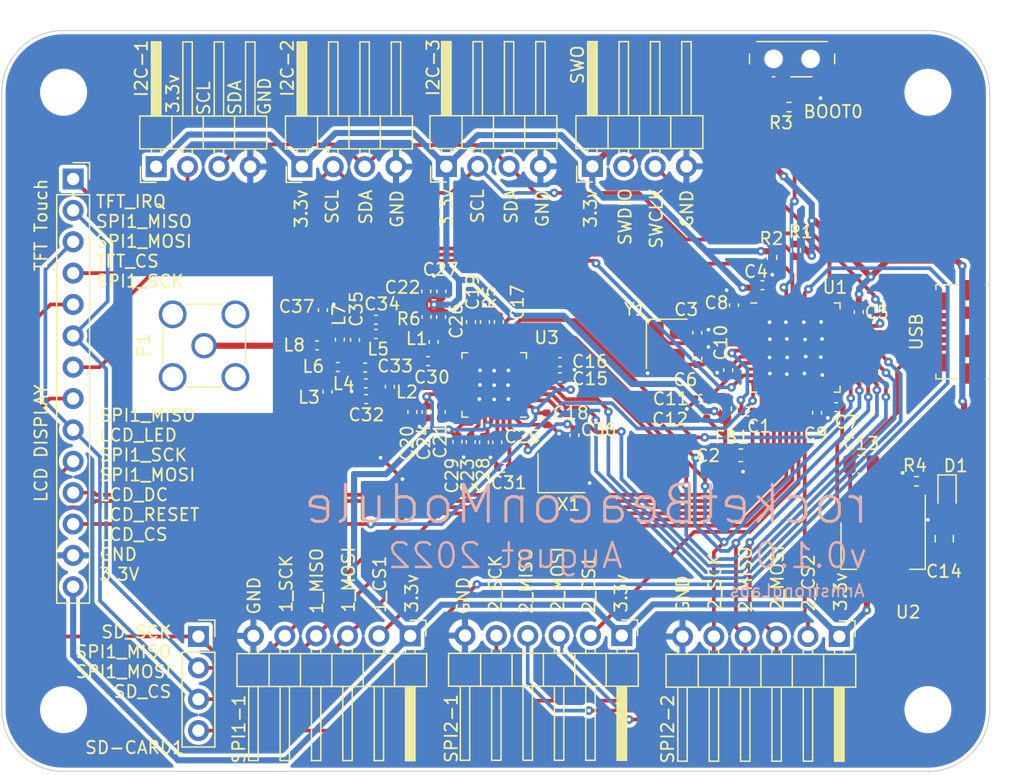
<source format=kicad_pcb>
(kicad_pcb (version 20211014) (generator pcbnew)
  (title_block (title "rocketBeaconModule") (date "2022-08-09") (rev "v0.1.0") (company "ArmstrongLabs") (comment 1 "monitor, additional SPI and I2C communciations.") (comment 2 "testing.  The design allows for SWO flashing, a SD card, TFT/LCD") (comment 3 "STM32F401CCU6 driving a CC1200 Radio for communications"))
  (layers (0 "F.Cu" signal) (31 "B.Cu" power) (34 "B.Paste" user) (35 "F.Paste" user) (36 "B.SilkS" user "B.Silkscreen") (37 "F.SilkS" user "F.Silkscreen") (38 "B.Mask" user) (39 "F.Mask" user) (44 "Edge.Cuts" user))
  (net 0 "")
  (net 1 "/NRST")
  (net 2 "GND")
  (net 3 "+3.3V")
  (net 4 "/OSC_IN")
  (net 5 "Net-(C9-Pad1)")
  (net 6 "+3.3VA")
  (net 7 "VBUS")
  (net 8 "Net-(C16-Pad1)")
  (net 9 "Net-(C20-Pad2)")
  (net 10 "Net-(C21-Pad1)")
  (net 11 "Net-(C21-Pad2)")
  (net 12 "Net-(C23-Pad2)")
  (net 13 "Net-(C25-Pad2)")
  (net 14 "Net-(C26-Pad1)")
  (net 15 "Net-(C30-Pad1)")
  (net 16 "Net-(C30-Pad2)")
  (net 17 "Net-(C31-Pad1)")
  (net 18 "Net-(C32-Pad2)")
  (net 19 "Net-(C33-Pad1)")
  (net 20 "Net-(C33-Pad2)")
  (net 21 "Net-(C34-Pad1)")
  (net 22 "Net-(C35-Pad1)")
  (net 23 "Net-(C36-Pad1)")
  (net 24 "Net-(C37-Pad1)")
  (net 25 "/PWR_LED_K")
  (net 26 "/I2C_SCL")
  (net 27 "/I2C_SDA")
  (net 28 "/SPI1_CS1")
  (net 29 "/SPI1_MOSI")
  (net 30 "/SPI1_MISO")
  (net 31 "/SPI1_SCK")
  (net 32 "/SPI2_CS1")
  (net 33 "/SPI2_CS2")
  (net 34 "/SWDIO")
  (net 35 "/SWCLK")
  (net 36 "/USB_D-")
  (net 37 "/USB_D+")
  (net 38 "/TFT_IRQ")
  (net 39 "/TFT_CS")
  (net 40 "/LCD_LED")
  (net 41 "/LCD_DC")
  (net 42 "/LCD_RESET")
  (net 43 "/LCD_CS")
  (net 44 "/SD_CS")
  (net 45 "Net-(L8-Pad2)")
  (net 46 "/SW_BOOT0")
  (net 47 "/BOOT0")
  (net 57 "/OSC_OUT")
  (net 58 "Net-(R5-Pad1)")
  (net 62 "RADIO_CS")
  (net 63 "RADIO_RESET")
  (net 64 "RADIO_INT")
  (net 65 "RADIO_MARC_INT")
  (net 66 "SPI_MOSI")
  (net 67 "SPI2_MISO")
  (net 68 "SPI2_SCK")
  (footprint "Capacitor_SMD:C_0402_1005Metric" (layer "F.Cu") (at 167.625 82.65)
    (fp_text reference "C4")
    (fp_text value "100n")
  )
  (footprint "Connector_PinHeader_2.54mm:PinHeader_1x04_P2.54mm_Horizontal" (layer "F.Cu") (at 153.85 73.025 90)
    (fp_text reference "SWO")
    (fp_text value "SWO")
  )
  (footprint "Capacitor_SMD:C_0402_1005Metric" (layer "F.Cu") (at 164.85 89.525 90)
    (fp_text reference "C10")
    (fp_text value "10n")
  )
  (footprint "Capacitor_SMD:C_0402_1005Metric" (layer "F.Cu") (at 150.15 93.475 -90)
    (fp_text reference "C18")
    (fp_text value "47nF")
  )
  (footprint "Capacitor_SMD:C_0402_1005Metric" (layer "F.Cu") (at 173.6 92.525 180)
    (fp_text reference "C7")
    (fp_text value "100n")
  )
  (footprint "Connector_Coaxial:SMA_Amphenol_132134-11_Vertical" (layer "F.Cu") (at 122.4 87.55)
    (fp_text reference "P1")
    (fp_text value "AntMount")
  )
  (footprint "LED_SMD:LED_0603_1608Metric" (layer "F.Cu") (at 182.575 99.5 -90)
    (fp_text reference "D1")
    (fp_text value "LED" hide)
  )
  (footprint "Capacitor_SMD:C_0402_1005Metric" (layer "F.Cu") (at 141.6 85.225 90)
    (fp_text reference "C26")
    (fp_text value "56pF")
  )
  (footprint "Capacitor_SMD:C_0402_1005Metric" (layer "F.Cu") (at 142.925 95.325 90)
    (fp_text reference "C29")
    (fp_text value "47nF")
  )
  (footprint "Capacitor_SMD:C_0402_1005Metric" (layer "F.Cu") (at 135.525 91.875)
    (fp_text reference "C32")
    (fp_text value "5.1pF")
  )
  (footprint "Capacitor_SMD:C_0402_1005Metric" (layer "F.Cu") (at 140.4 83.15 90)
    (fp_text reference "C22")
    (fp_text value "10nF")
  )
  (footprint "Capacitor_SMD:C_0402_1005Metric" (layer "F.Cu") (at 162.35 88.6 90)
    (fp_text reference "C6")
    (fp_text value "10p")
  )
  (footprint "Capacitor_SMD:C_0402_1005Metric" (layer "F.Cu") (at 141.575 92.925 -90)
    (fp_text reference "C21")
    (fp_text value "1.8nF")
  )
  (footprint "Capacitor_SMD:C_0402_1005Metric" (layer "F.Cu") (at 136.325 86.6 180)
    (fp_text reference "L5")
    (fp_text value "15nH")
  )
  (footprint "Inductor_SMD:L_0603_1608Metric" (layer "F.Cu") (at 164.6 92.65 -90)
    (fp_text reference "FB1")
    (fp_text value "120R")
  )
  (footprint "Capacitor_SMD:C_0402_1005Metric" (layer "F.Cu") (at 144.025 85.625 90)
    (fp_text reference "C19")
    (fp_text value "47nF")
  )
  (footprint "Capacitor_SMD:C_0402_1005Metric" (layer "F.Cu") (at 162.62 93.45 180)
    (fp_text reference "C12")
    (fp_text value "1u")
  )
  (footprint "Capacitor_SMD:C_0402_1005Metric" (layer "F.Cu") (at 144 95.35 90)
    (fp_text reference "C23")
    (fp_text value "47nF")
  )
  (footprint "Connector_USB:USB_Micro-B_Molex_47346-0001" (layer "F.Cu") (at 183.38375 86.425 90)
    (fp_text reference "USB")
    (fp_text value "USB_B_Micro")
  )
  (footprint "Resistor_SMD:R_0402_1005Metric" (layer "F.Cu") (at 180.1 98.525 180)
    (fp_text reference "R4")
    (fp_text value "1k")
  )
  (footprint "Package_DFN_QFN:QFN-48-1EP_7x7mm_P0.5mm_EP5.6x5.6mm" (layer "F.Cu") (at 170.3 87.7)
    (fp_text reference "U1")
    (fp_text value "STM32F401CCU6")
  )
  (footprint "Capacitor_SMD:C_0402_1005Metric" (layer "F.Cu") (at 133.4 87.05 -90)
    (fp_text reference "L7")
    (fp_text value "43nH")
  )
  (footprint "Capacitor_SMD:C_0402_1005Metric" (layer "F.Cu") (at 172.05 92.975 -90)
    (fp_text reference "C9")
    (fp_text value "2.2u")
  )
  (footprint "Capacitor_SMD:C_0402_1005Metric" (layer "F.Cu") (at 151.225 90.1)
    (fp_text reference "C15")
    (fp_text value "47nF")
  )
  (footprint "Capacitor_SMD:C_0402_1005Metric" (layer "F.Cu") (at 140.425 92.925 -90)
    (fp_text reference "C24")
    (fp_text value "47nF")
  )
  (footprint "Capacitor_SMD:C_0402_1005Metric" (layer "F.Cu") (at 137.45 90.875 -90)
    (fp_text reference "L2")
    (fp_text value "56nH")
  )
  (footprint "Package_DFN_QFN:QFN-32-1EP_5x5mm_P0.5mm_EP3.45x3.45mm" (layer "F.Cu") (at 145.9 90.725 180)
    (fp_text reference "U3")
    (fp_text value "CC1200")
  )
  (footprint "MountingHole:MountingHole_3.2mm_M3" (layer "F.Cu") (at 111.025 117.025)
    (fp_text reference "H4")
    (fp_text value "MountingHole")
  )
  (footprint "Capacitor_SMD:C_0402_1005Metric" (layer "F.Cu") (at 133.225 89.275)
    (fp_text reference "L6")
    (fp_text value "15nH")
  )
  (footprint "Capacitor_SMD:C_0402_1005Metric" (layer "F.Cu") (at 146.15 95.375 90)
    (fp_text reference "C25")
    (fp_text value "47nF")
  )
  (footprint "Capacitor_SMD:C_0402_1005Metric" (layer "F.Cu") (at 162.62 91.875 180)
    (fp_text reference "C11")
    (fp_text value "1u")
  )
  (footprint "Capacitor_SMD:C_0402_1005Metric" (layer "F.Cu") (at 146.645 97.425 180)
    (fp_text reference "C31")
    (fp_text value "10pF")
  )
  (footprint "Capacitor_SMD:C_0402_1005Metric" (layer "F.Cu") (at 136.325 85.45)
    (fp_text reference "C34")
    (fp_text value "2.2pF")
  )
  (footprint "Capacitor_SMD:C_0402_1005Metric" (layer "F.Cu") (at 152.4 94.8 -90)
    (fp_text reference "C36")
    (fp_text value "10pF")
  )
  (footprint "Capacitor_SMD:C_0402_1005Metric" (layer "F.Cu") (at 145.075 95.375 90)
    (fp_text reference "C28")
    (fp_text value "47nF")
  )
  (footprint "Capacitor_SMD:C_0402_1005Metric" (layer "F.Cu") (at 165.325 84.275 90)
    (fp_text reference "C8")
    (fp_text value "100n")
  )
  (footprint "Resistor_SMD:R_0402_1005Metric" (layer "F.Cu") (at 169.775 68.225)
    (fp_text reference "R3")
    (fp_text value "10k")
  )
  (footprint "Oscillator:Oscillator_SMD_Abracon_ASE-4Pin_3.2x2.5mm" (layer "F.Cu") (at 151.35 97.875)
    (fp_text reference "X1")
    (fp_text value "40mhz")
  )
  (footprint "Connector_PinHeader_2.54mm:PinHeader_1x04_P2.54mm_Horizontal" (layer "F.Cu") (at 130.325 73.05 90)
    (fp_text reference "I2C-2")
    (fp_text value "I2C - 2")
  )
  (footprint "Capacitor_SMD:C_0402_1005Metric" (layer "F.Cu") (at 146.275 85.625 90)
    (fp_text reference "C17")
    (fp_text value "47nF")
  )
  (footprint "Button_Switch_SMD:SW_SPDT_PCM12" (layer "F.Cu") (at 170.025 64.65 180)
    (fp_text reference "BOOT0")
    (fp_text value "SW_SPDT")
  )
  (footprint "Capacitor_SMD:C_0402_1005Metric" (layer "F.Cu") (at 166.4 92.875)
    (fp_text reference "C1")
    (fp_text value "100n")
  )
  (footprint "Capacitor_SMD:C_0402_1005Metric" (layer "F.Cu") (at 151.225 88.875)
    (fp_text reference "C16")
    (fp_text value "0.22 uF")
  )
  (footprint "Connector_PinHeader_2.54mm:PinHeader_1x04_P2.54mm_Horizontal" (layer "F.Cu") (at 118.525 73.05 90)
    (fp_text reference "I2C-1")
    (fp_text value "I2C - 1")
  )
  (footprint "Capacitor_SMD:C_0402_1005Metric" (layer "F.Cu") (at 140.425 85.225 90)
    (fp_text reference "R6")
    (fp_text value "18")
  )
  (footprint "Capacitor_SMD:C_0805_2012Metric" (layer "F.Cu") (at 182.35 103.175 90)
    (fp_text reference "C14")
    (fp_text value "22u")
  )
  (footprint "Capacitor_SMD:C_0402_1005Metric" (layer "F.Cu") (at 175.425 84.825 -90)
    (fp_text reference "C5")
    (fp_text value "100n")
  )
  (footprint "Capacitor_SMD:C_0402_1005Metric" (layer "F.Cu") (at 135.45 89.325)
    (fp_text reference "C33")
    (fp_text value "5.1pF")
  )
  (footprint "Crystal:Crystal_SMD_3225-4Pin_3.2x2.5mm" (layer "F.Cu") (at 159.875 87.4 -90)
    (fp_text reference "Y1")
    (fp_text value "16MHz")
  )
  (footprint "Capacitor_SMD:C_0402_1005Metric" (layer "F.Cu") (at 132.4 91.275 90)
    (fp_text reference "L3")
    (fp_text value "27nH")
  )
  (footprint "Capacitor_SMD:C_0402_1005Metric" (layer "F.Cu") (at 132.025 84.675 90)
    (fp_text reference "C37")
    (fp_text value "6.2pF")
  )
  (footprint "Connector_PinHeader_2.54mm:PinHeader_1x06_P2.54mm_Horizontal" (layer "F.Cu") (at 173.85 111.1 -90)
    (fp_text reference "SPI2-2")
    (fp_text value "SPI2 - 2")
  )
  (footprint "MountingHole:MountingHole_3.2mm_M3" (layer "F.Cu") (at 111.025 67.025)
    (fp_text reference "H2")
    (fp_text value "MountingHole")
  )
  (footprint "Connector_PinSocket_2.54mm:PinSocket_1x04_P2.54mm_Vertical" (layer "F.Cu") (at 121.95 111.1)
    (fp_text reference "SD-CARD1")
    (fp_text value "SD Card")
  )
  (footprint "Connector_PinHeader_2.54mm:PinHeader_1x06_P2.54mm_Horizontal" (layer "F.Cu") (at 139.1 111.05 -90)
    (fp_text reference "SPI1-1")
    (fp_text value "SPI1 - 1")
  )
  (footprint "Capacitor_SMD:C_0402_1005Metric" (layer "F.Cu") (at 135.5 90.6 180)
    (fp_text reference "L4")
    (fp_text value "27nH")
  )
  (footprint "Resistor_SMD:R_0402_1005Metric" (layer "F.Cu") (at 170.325 79.825 -90)
    (fp_text reference "R1")
    (fp_text value "1.5k")
  )
  (footprint "Resistor_SMD:R_0402_1005Metric" (layer "F.Cu") (at 168.4 80.4 -90)
    (fp_text reference "R2")
    (fp_text value "1.5k")
  )
  (footprint "Capacitor_SMD:C_0402_1005Metric" (layer "F.Cu") (at 140.55 88.8)
    (fp_text reference "C30")
    (fp_text value "39pF")
  )
  (footprint "MountingHole:MountingHole_3.2mm_M3" (layer "F.Cu") (at 181.025 67.025)
    (fp_text reference "H3")
    (fp_text value "MountingHole")
  )
  (footprint "Capacitor_SMD:C_0402_1005Metric" (layer "F.Cu") (at 162.35 86.5 90)
    (fp_text reference "C3")
    (fp_text value "10p")
  )
  (footprint "Capacitor_SMD:C_0402_1005Metric" (layer "F.Cu") (at 134.625 87.075 90)
    (fp_text reference "C35")
    (fp_text value "5.1pF")
  )
  (footprint "Connector_PinHeader_2.54mm:PinHeader_1x04_P2.54mm_Horizontal" (layer "F.Cu") (at 142.025 73.025 90)
    (fp_text reference "I2C-3")
    (fp_text value "I2C - 3")
  )
  (footprint "Capacitor_SMD:C_0402_1005Metric" (layer "F.Cu") (at 131.55 87.525 180)
    (fp_text reference "L8")
    (fp_text value "22nH")
  )
  (footprint "Capacitor_SMD:C_0402_1005Metric" (layer "F.Cu") (at 139.275 92.925 90)
    (fp_text reference "C20")
    (fp_text value "10nF")
  )
  (footprint "Capacitor_SMD:C_0603_1608Metric" (layer "F.Cu") (at 165.875 96.425)
    (fp_text reference "C2")
    (fp_text value "10u")
  )
  (footprint "Connector_PinHeader_2.54mm:PinHeader_1x06_P2.54mm_Horizontal" (layer "F.Cu") (at 156.235 111.025 -90)
    (fp_text reference "SPI2-1")
    (fp_text value "SPI2 - 1")
  )
  (footprint "Package_TO_SOT_SMD:SOT-223-3_TabPin2" (layer "F.Cu") (at 177.4 103.75 -90)
    (fp_text reference "U2")
    (fp_text value "AMS1117-3.3")
  )
  (footprint "Capacitor_SMD:C_0402_1005Metric" (layer "F.Cu") (at 145.15 85.625 90)
    (fp_text reference "R5")
    (fp_text value "56k")
  )
  (footprint "Capacitor_SMD:C_0805_2012Metric" (layer "F.Cu") (at 175.625 97.15)
    (fp_text reference "C13")
    (fp_text value "22u")
  )
  (footprint "Connector_PinSocket_2.54mm:PinSocket_1x14_P2.54mm_Vertical" (layer "F.Cu") (at 111.8 74.05)
    (fp_text reference "TFT-LCD1" hide)
    (fp_text value "TFT LCD")
  )
  (footprint "MountingHole:MountingHole_3.2mm_M3" (layer "F.Cu") (at 181.025 117.025)
    (fp_text reference "H1")
    (fp_text value "MountingHole")
  )
  (footprint "Capacitor_SMD:C_0402_1005Metric" (layer "F.Cu") (at 141 87.25 -90)
    (fp_text reference "L1")
    (fp_text value "56nH")
  )
  (footprint "Capacitor_SMD:C_0402_1005Metric" (layer "F.Cu") (at 141.625 83.15 90)
    (fp_text reference "C27")
    (fp_text value "100pF")
  )
  (gr_line (start 111.025 122.025) (end 181.025 122.025) (layer "Edge.Cuts") (width 0.1))
  (gr_arc (start 181.025 62.025) (mid 184.560566 63.489448) (end 186.025 67.025) (layer "Edge.Cuts") (width 0.1))
  (gr_line (start 186.025 67.025) (end 186.025 117.025) (layer "Edge.Cuts") (width 0.1))
  (gr_line (start 111.025 62.025) (end 181.025 62.025) (layer "Edge.Cuts") (width 0.1))
  (gr_arc (start 106.025 67.025) (mid 107.489469 63.489484) (end 111.025 62.025) (layer "Edge.Cuts") (width 0.1))
  (gr_line (start 106.025 67.025) (end 106.025 117.025) (layer "Edge.Cuts") (width 0.1))
  (gr_arc (start 111.025 122.025) (mid 107.489434 120.560552) (end 106.025 117.025) (layer "Edge.Cuts") (width 0.1))
  (gr_arc (start 186.025 117.025) (mid 184.560531 120.560516) (end 181.025 122.025) (layer "Edge.Cuts") (width 0.1))
  (gr_text "ArmstrongLabs" (at 170.425 107.4) (layer "B.SilkS") (effects (font (size 1 1)) (justify mirror)))
  (gr_text "v0.1.0       August 2022" (at 156.7 104.55) (layer "B.SilkS") (effects (font (size 2 2) (thickness 0.2)) (justify mirror)))
  (gr_text "rocketBeaconModule" (at 153.35 100.4) (layer "B.SilkS") (effects (font (size 3 3) (thickness 0.25)) (justify mirror)))
  (gr_text "SCL" (at 144.55 76.25 90) (layer "F.SilkS") (effects (font (size 1 1))))
  (gr_text "SD_SCK\nSPI1_MISO\nSPI1_MOSI\nSD_CS" (at 119.85 113.15) (layer "F.SilkS") (effects (font (size 1 1)) (justify right)))
  (gr_text "2_MISO" (at 166.25 106.475 90) (layer "F.SilkS") (effects (font (size 1 1))))
  (gr_text "SPI1_MISO\nLCD_LED\nSPI1_SCK\nSPI1_MOSI\nLCD_DC\nLCD_RESET\nLCD_CS\nGND\n3.3V" (at 113.825 99.625) (layer "F.SilkS") (effects (font (size 1 1)) (justify left)))
  (gr_text "2_CS2" (at 171.35 106.75 90) (layer "F.SilkS") (effects (font (size 1 1))))
  (gr_text "GND" (at 161.5 74.825 90) (layer "F.SilkS") (effects (font (size 1 1)) (justify right)))
  (gr_text "3.3v" (at 153.7 76.425 90) (layer "F.SilkS") (effects (font (size 1 1))))
  (gr_text "GND" (at 161.175 106.05 90) (layer "F.SilkS") (effects (font (size 1 1)) (justify right)))
  (gr_text "SCL" (at 122.375 67.5 90) (layer "F.SilkS") (effects (font (size 1 1))))
  (gr_text "3.3v" (at 173.95 107.475 90) (layer "F.SilkS") (effects (font (size 1 1))))
  (gr_text "3.3v" (at 130.275 76.45 90) (layer "F.SilkS") (effects (font (size 1 1))))
  (gr_text "2_CS1" (at 153.575 106.875 90) (layer "F.SilkS") (effects (font (size 1 1))))
  (gr_text "GND" (at 138.025 74.85 90) (layer "F.SilkS") (effects (font (size 1 1)) (justify right)))
  (gr_text "3.3v" (at 156.175 107.6 90) (layer "F.SilkS") (effects (font (size 1 1))))
  (gr_text "1_SCK" (at 129.05 106.825 90) (layer "F.SilkS") (effects (font (size 1 1))))
  (gr_text "GND" (at 143.4 106.175 90) (layer "F.SilkS") (effects (font (size 1 1)) (justify right)))
  (gr_text "SDA\n" (at 135.5 76.325 90) (layer "F.SilkS") (effects (font (size 1 1))))
  (gr_text "SDA\n" (at 124.9 67.45 90) (layer "F.SilkS") (effects (font (size 1 1))))
  (gr_text "TFT_IRQ\nSPI1_MISO\nSPI1_MOSI\nTFT_CS\nSPI1_SCK" (at 113.55 79.1) (layer "F.SilkS") (effects (font (size 1 1)) (justify left)))
  (gr_text "2_SCK" (at 146 106.825 90) (layer "F.SilkS") (effects (font (size 1 1))))
  (gr_text "3.3v" (at 119.875 67.125 90) (layer "F.SilkS") (effects (font (size 1 1))))
  (gr_text "1_MOSI" (at 134.1 106.5 90) (layer "F.SilkS") (effects (font (size 1 1))))
  (gr_text "GND" (at 149.8 74.8 90) (layer "F.SilkS") (effects (font (size 1 1)) (justify right)))
  (gr_text "2_MOSI" (at 151.05 106.5 90) (layer "F.SilkS") (effects (font (size 1 1))))
  (gr_text "3.3v" (at 142.05 76.4 90) (layer "F.SilkS") (effects (font (size 1 1))))
  (gr_text "LCD DISPLAY" (at 109.2 95.45 90) (layer "F.SilkS") (effects (font (size 1 1))))
  (gr_text "SCL" (at 132.775 76.3 90) (layer "F.SilkS") (effects (font (size 1 1))))
  (gr_text "SDA\n" (at 147.275 76.275 90) (layer "F.SilkS") (effects (font (size 1 1))))
  (gr_text "2_SCK" (at 163.775 106.7 90) (layer "F.SilkS") (effects (font (size 1 1))))
  (gr_text "SWDIO" (at 156.5 77.1 90) (layer "F.SilkS") (effects (font (size 1 1))))
  (gr_text "GND" (at 126.45 106.175 90) (layer "F.SilkS") (effects (font (size 1 1)) (justify right)))
  (gr_text "GND" (at 127.3 65.725 90) (layer "F.SilkS") (effects (font (size 1 1)) (justify right)))
  (gr_text "2_MISO" (at 148.475 106.6 90) (layer "F.SilkS") (effects (font (size 1 1))))
  (gr_text "SWCLK" (at 159.025 77.225 90) (layer "F.SilkS") (effects (font (size 1 1))))
  (gr_text "1_CS1" (at 136.625 106.875 90) (layer "F.SilkS") (effects (font (size 1 1))))
  (gr_text "3.3v" (at 139.225 107.6 90) (layer "F.SilkS") (effects (font (size 1 1))))
  (gr_text "TFT Touch" (at 109.2 77.775 90) (layer "F.SilkS") (effects (font (size 1 1))))
  (gr_text "2_MOSI" (at 168.825 106.375 90) (layer "F.SilkS") (effects (font (size 1 1))))
  (gr_text "1_MISO" (at 131.525 106.6 90) (layer "F.SilkS") (effects (font (size 1 1))))
  (segment (start 165.92 92.875) (end 165.92 91.995) (width 0.3) (layer "F.Cu") (net 1))
  (segment (start 165.3495 87.95) (end 165.15 88.1495) (width 0.3) (layer "F.Cu") (net 1))
  (segment (start 166.8625 87.95) (end 165.3495 87.95) (width 0.3) (layer "F.Cu") (net 1))
  (segment (start 165.92 91.995) (end 165.875 91.95) (width 0.3) (layer "F.Cu") (net 1))
  (via (at 165.15 88.1495) (size 0.7) (drill 0.3) (layers "F.Cu" "B.Cu") (net 1))
  (via (at 165.875 91.95) (size 0.7) (drill 0.3) (layers "F.Cu" "B.Cu") (net 1))
  (segment (start 165.875 91.95) (end 166.4 91.425) (width 0.3) (layer "B.Cu") (net 1))
  (segment (start 166.4 89.3995) (end 165.15 88.1495) (width 0.3) (layer "B.Cu") (net 1))
  (segment (start 166.4 91.425) (end 166.4 89.3995) (width 0.3) (layer "B.Cu") (net 1))
  (segment (start 145.075 95.855) (end 145.075 96.075) (width 0.3) (layer "F.Cu") (net 2))
  (segment (start 134.975 91.875) (end 134.35 91.25) (width 0.3) (layer "F.Cu") (net 2))
  (segment (start 168.05 82.705) (end 168.105 82.65) (width 0.3) (layer "F.Cu") (net 2))
  (segment (start 146.275 85) (end 145.525 84.25) (width 0.3) (layer "F.Cu") (net 2))
  (segment (start 165.325 83.65) (end 164.725 83.05) (width 0.3) (layer "F.Cu") (net 2))
  (segment (start 176.3995 85.0505) (end 180.2655 85.0505) (width 0.3) (layer "F.Cu") (net 2))
  (segment (start 139.275 93.405) (end 139.275 93.525) (width 0.3) (layer "F.Cu") (net 2))
  (segment (start 162.35 88.12) (end 162.78 88.12) (width 0.3) (layer "F.Cu") (net 2))
  (segment (start 168.105 82.12) (end 168.425 81.8) (width 0.3) (layer "F.Cu") (net 2))
  (segment (start 135 90.6) (end 134.35 91.25) (width 0.3) (layer "F.Cu") (net 2))
  (segment (start 162.14 92.035) (end 161.5 92.675) (width 0.3) (layer "F.Cu") (net 2))
  (segment (start 165.83945 88.45) (end 165.24445 89.045) (width 0.3) (layer "F.Cu") (net 2))
  (segment (start 164.644244 89.045) (end 163.957122 89.732122) (width 0.3) (layer "F.Cu") (net 2))
  (segment (start 139.275 93.525) (end 139.85 94.1) (width 0.3) (layer "F.Cu") (net 2))
  (segment (start 172.05 93.455) (end 172.87 93.455) (width 0.3) (layer "F.Cu") (net 2))
  (segment (start 176.095 85.355) (end 176.325 85.125) (width 0.3) (layer "F.Cu") (net 2))
  (segment (start 152.4 98.7) (end 153.6 98.7) (width 0.3) (layer "F.Cu") (net 2))
  (segment (start 150.3 95.525) (end 151.15 94.675) (width 0.3) (layer "F.Cu") (net 2))
  (segment (start 142.925 96.075) (end 143.425 96.575) (width 0.3) (layer "F.Cu") (net 2))
  (segment (start 178.275 97.15) (end 178.975 97.85) (width 0.3) (layer "F.Cu") (net 2))
  (segment (start 172.55 91.1375) (end 172.55 91.955) (width 0.3) (layer "F.Cu") (net 2))
  (segment (start 166.88 92.875) (end 166.88 93.72) (width 0.3) (layer "F.Cu") (net 2))
  (segment (start 145.15 85.145) (end 145.15 84.25) (width 0.3) (layer "F.Cu") (net 2))
  (segment (start 180.34 85.125) (end 181.92375 85.125) (width 0.3) (layer "F.Cu") (net 2))
  (segment (start 145.525 84.25) (end 145.15 84.25) (width 0.3) (layer "F.Cu") (net 2))
  (segment (start 166.65 96.425) (end 166.65 97.15) (width 0.3) (layer "F.Cu") (net 2))
  (segment (start 146.15 96.05) (end 145.6 96.6) (width 0.3) (layer "F.Cu") (net 2))
  (segment (start 166.8625 88.45) (end 165.83945 88.45) (width 0.3) (layer "F.Cu") (net 2))
  (segment (start 162.14 93.45) (end 162.14 93.315) (width 0.3) (layer "F.Cu") (net 2))
  (segment (start 151.755 95.28) (end 151.15 94.675) (width 0.3) (layer "F.Cu") (net 2))
  (segment (start 136.75 96.625) (end 138.475 98.35) (width 0.3) (layer "F.Cu") (net 2))
  (segment (start 176.325 85.125) (end 176.3995 85.0505) (width 0.3) (layer "F.Cu") (net 2))
  (segment (start 146.165 97.425) (end 146.165 97.165) (width 0.3) (layer "F.Cu") (net 2))
  (segment (start 176.325 85.175) (end 176.325 85.125) (width 0.3) (layer "F.Cu") (net 2))
  (segment (start 132.895 84.195) (end 132.9 84.2) (width 0.3) (layer "F.Cu") (net 2))
  (segment (start 180.2655 85.0505) (end 180.34 85.125) (width 0.3) (layer "F.Cu") (net 2))
  (segment (start 162.14 93.315) (end 161.5 92.675) (width 0.3) (layer "F.Cu") (net 2))
  (segment (start 165.24445 89.045) (end 164.85 89.045) (width 0.3) (layer "F.Cu") (net 2))
  (segment (start 140.425 93.405) (end 140.425 93.525) (width 0.3) (layer "F.Cu") (net 2))
  (segment (start 162.14 91.875) (end 162.14 92.035) (width 0.3) (layer "F.Cu") (net 2))
  (segment (start 168.105 82.65) (end 168.105 82.12) (width 0.3) (layer "F.Cu") (net 2))
  (segment (start 176.575 97.15) (end 178.275 97.15) (width 0.3) (layer "F.Cu") (net 2))
  (segment (start 175.4 85.355) (end 176.095 85.355) (width 0.3) (layer "F.Cu") (net 2))
  (segment (start 136.7 96.625) (end 136.75 96.625) (width 0.3) (layer "F.Cu") (net 2))
  (segment (start 165.013947 89.208947) (end 164.85 89.045) (width 0.3) (layer "F.Cu") (net 2))
  (segment (start 146.15 95.855) (end 146.15 96.05) (width 0.3) (layer "F.Cu") (net 2))
  (segment (start 172.275 67.45) (end 172.325 67.5) (width 0.3) (layer "F.Cu") (net 2))
  (segment (start 166.65 97.15) (end 166.05 97.75) (width 0.3) (layer "F.Cu") (net 2))
  (segment (start 181.6 102.225) (end 181.025 101.65) (width 0.3) (layer "F.Cu") (net 2))
  (segment (start 173.12 93.205) (end 172.925 93.4) (width 0.3) (layer "F.Cu") (net 2))
  (segment (start 172.275 66.08) (end 172.275 67.45) (width 0.3) (layer "F.Cu") (net 2))
  (segment (start 162.35 86.02) (end 161.005 86.02) (width 0.3) (layer "F.Cu") (net 2))
  (segment (start 179.59 98.465) (end 178.975 97.85) (width 0.3) (layer "F.Cu") (net 2))
  (segment (start 142.925 95.805) (end 142.925 96.075) (width 0.3) (layer "F.Cu") (net 2))
  (segment (start 173.12 92.525) (end 173.12 93.205) (width 0.3) (layer "F.Cu") (net 2))
  (segment (start 166.825 93.775) (end 166.825 96.25) (width 0.3) (layer "F.Cu") (net 2))
  (segment (start 147.65 93.476257) (end 147.65 93.1625) (width 0.3) (layer "F.Cu") (net 2))
  (segment (start 182.35 102.225) (end 181.6 102.225) (width 0.3) (layer "F.Cu") (net 2))
  (segment (start 179.59 98.525) (end 179.59 100.49) (width 0.3) (layer "F.Cu") (net 2))
  (segment (start 146.275 85.145) (end 146.275 85) (width 0.3) (layer "F.Cu") (net 2))
  (segment (start 151.775 88.875) (end 152.4 89.5) (width 0.3) (layer "F.Cu") (net 2))
  (segment (start 151.8 90.1) (end 152.4 89.5) (width 0.3) (layer "F.Cu") (net 2))
  (segment (start 150.15 93.955) (end 150.43 93.955) (width 0.3) (layer "F.Cu") (net 2))
  (segment (start 150.43 93.955) (end 151.15 94.675) (width 0.3) (layer "F.Cu") (net 2))
  (segment (start 148.128743 93.955) (end 148.73 93.955) (width 0.3) (layer "F.Cu") (net 2))
  (segment (start 179.59 100.49) (end 179.7 100.6) (width 0.3) (layer "F.Cu") (net 2))
  (segment (start 135.045 91.875) (end 134.975 91.875) (width 0.3) (layer "F.Cu") (net 2))
  (segment (start 165.325 83.795) (end 165.325 83.65) (width 0.3) (layer "F.Cu") (net 2))
  (segment (start 179.7 100.6) (end 179.975 100.6) (width 0.3) (layer "F.Cu") (net 2))
  (segment (start 152.4 95.28) (end 151.755 95.28) (width 0.3) (layer "F.Cu") (net 2))
  (segment (start 159.025 88.5) (end 159.025 89.075) (width 0.3) (layer "F.Cu") (net 2))
  (segment (start 179.59 98.525) (end 179.59 98.465) (width 0.3) (layer "F.Cu") (net 2))
  (segment (start 179.975 100.6) (end 181.025 101.65) (width 0.3) (layer "F.Cu") (net 2))
  (segment (start 150.3 97.05) (end 150.3 95.525) (width 0.3) (layer "F.Cu") (net 2))
  (segment (start 132.025 84.195) (end 132.895 84.195) (width 0.3) (layer "F.Cu") (net 2))
  (segment (start 141.625 82.5) (end 141.025 81.9) (width 0.3) (layer "F.Cu") (net 2))
  (segment (start 162.35 86.02) (end 163.0195 86.02) (width 0.3) (layer "F.Cu") (net 2))
  (segment (start 144.75 84.25) (end 145.15 84.25) (width 0.3) (layer "F.Cu") (net 2))
  (segment (start 148.128743 93.955) (end 147.65 93.476257) (width 0.3) (layer "F.Cu") (net 2))
  (segment (start 151.705 88.875) (end 151.775 88.875) (width 0.3) (layer "F.Cu") (net 2))
  (segment (start 141.625 82.67) (end 141.625 82.5) (width 0.3) (layer "F.Cu") (net 2))
  (segment (start 140.4 82.67) (end 140.4 82.525) (width 0.3) (layer "F.Cu") (net 2))
  (segment (start 172.55 91.955) (end 173.12 92.525) (width 0.3) (layer "F.Cu") (net 2))
  (segment (start 140.4 82.525) (end 141.025 81.9) (width 0.3) (layer "F.Cu") (net 2))
  (segment (start 168.05 84.2625) (end 168.05 82.705) (width 0.3) (layer "F.Cu") (net 2))
  (segment (start 146.165 97.165) (end 145.6 96.6) (width 0.3) (layer "F.Cu") (net 2))
  (segment (start 161.005 86.02) (end 160.725 86.3) (width 0.3) (layer "F.Cu") (net 2))
  (segment (start 144.025 84.975) (end 144.75 84.25) (width 0.3) (layer "F.Cu") (net 2))
  (segment (start 173.7375 85.45) (end 175.28 85.45) (width 0.3) (layer "F.Cu") (net 2))
  (segment (start 175.28 85.45) (end 175.4 85.33) (width 0.3) (layer "F.Cu") (net 2))
  (segment (start 172.87 93.455) (end 172.925 93.4) (width 0.3) (layer "F.Cu") (net 2))
  (segment (start 144.025 85.145) (end 144.025 84.975) (width 0.3) (layer "F.Cu") (net 2))
  (segment (start 162.78 88.12) (end 163.25 87.65) (width 0.3) (layer "F.Cu") (net 2))
  (segment (start 135.02 90.6) (end 135 90.6) (width 0.3) (layer "F.Cu") (net 2))
  (segment (start 166.825 96.25) (end 166.65 96.425) (width 0.3) (layer "F.Cu") (net 2))
  (segment (start 166.88 93.72) (end 166.825 93.775) (width 0.3) (layer "F.Cu") (net 2))
  (segment (start 150.15 93.955) (end 148.128743 93.955) (width 0.3) (layer "F.Cu") (net 2))
  (segment (start 140.425 93.525) (end 139.85 94.1) (width 0.3) (layer "F.Cu") (net 2))
  (segment (start 153.6 98.7) (end 153.625 98.675) (width 0.3) (layer "F.Cu") (net 2))
  (segment (start 151.705 90.1) (end 151.8 90.1) (width 0.3) (layer "F.Cu") (net 2))
  (segment (start 159.025 89.075) (end 158.325 89.775) (width 0.3) (layer "F.Cu") (net 2))
  (segment (start 145.075 96.075) (end 145.6 96.6) (width 0.3) (layer "F.Cu") (net 2))
  (segment (start 144 96) (end 143.425 96.575) (width 0.3) (layer "F.Cu") (net 2))
  (segment (start 144 95.83) (end 144 96) (width 0.3) (layer "F.Cu") (net 2))
  (segment (start 163.0195 86.02) (end 163.25 86.2505) (width 0.3) (layer "F.Cu") (net 2))
  (via (at 164.725 83.05) (size 0.7) (drill 0.3) (layers "F.Cu" "B.Cu") (net 2))
  (via (at 172.475 89.925) (size 0.7) (drill 0.3) (layers "F.Cu" "B.Cu") (net 2))
  (via (at 169.6 89.85) (size 0.7) (drill 0.3) (layers "F.Cu" "B.Cu") (net 2))
  (via (at 152.4 89.5) (size 0.7) (drill 0.3) (layers "F.Cu" "B.Cu") (net 2))
  (via (at 172.45 87) (size 0.7) (drill 0.3) (layers "F.Cu" "B.Cu") (net 2))
  (via (at 143.425 96.575) (size 0.7) (drill 0.3) (layers "F.Cu" "B.Cu") (net 2))
  (via (at 134.35 91.25) (size 0.7) (drill 0.3) (layers "F.Cu" "B.Cu") (net 2))
  (via (at 169.6 87) (size 0.7) (drill 0.3) (layers "F.Cu" "B.Cu") (net 2))
  (via (at 168.2 85.65) (size 0.7) (drill 0.3) (layers "F.Cu" "B.Cu") (net 2))
  (via (at 166.825 93.775) (size 0.7) (drill 0.3) (layers "F.Cu" "B.Cu") (net 2))
  (via (at 163.25 87.65) (size 0.7) (drill 0.3) (layers "F.Cu" "B.Cu") (net 2))
  (via (at 163.957122 89.732122) (size 0.7) (drill 0.3) (layers "F.Cu" "B.Cu") (net 2))
  (via (at 168.225 89.8) (size 0.7) (drill 0.3) (layers "F.Cu" "B.Cu") (net 2))
  (via (at 169.525 85.65) (size 0.7) (drill 0.3) (layers "F.Cu" "B.Cu") (net 2))
  (via (at 161.5 92.675) (size 0.7) (drill 0.3) (layers "F.Cu" "B.Cu") (net 2))
  (via (at 171.125 88.425) (size 0.7) (drill 0.3) (layers "F.Cu" "B.Cu") (net 2))
  (via (at 138.475 98.35) (size 0.7) (drill 0.3) (layers "F.Cu" "B.Cu") (net 2))
  (via (at 170.975 85.65) (size 0.7) (drill 0.3) (layers "F.Cu" "B.Cu") (net 2))
  (via (at 168.225 87.025) (size 0.7) (drill 0.3) (layers "F.Cu" "B.Cu") (net 2))
  (via (at 136.7 96.625) (size 0.7) (drill 0.3) (layers "F.Cu" "B.Cu") (net 2))
  (via (at 147.05 89.55) (size 0.7) (drill 0.3) (layers "F.Cu" "B.Cu") (net 2))
  (via (at 169.625 88.5) (size 0.7) (drill 0.3) (layers "F.Cu" "B.Cu") (net 2))
  (via (at 158.325 89.775) (size 0.7) (drill 0.3) (layers "F.Cu" "B.Cu") (net 2))
  (via (at 132.9 84.2) (size 0.7) (drill 0.3) (layers "F.Cu" "B.Cu") (net 2))
  (via (at 172.375 85.625) (size 0.7) (drill 0.3) (layers "F.Cu" "B.Cu") (net 2))
  (via (at 145.15 84.25) (size 0.7) (drill 0.3) (layers "F.Cu" "B.Cu") (net 2))
  (via (at 171.025 89.8) (size 0.7) (drill 0.3) (layers "F.Cu" "B.Cu") (net 2))
  (via (at 145.9 89.575) (size 0.7) (drill 0.3) (layers "F.Cu" "B.Cu") (net 2))
  (via (at 153.625 98.675) (size 0.7) (drill 0.3) (layers "F.Cu" "B.Cu") (net 2))
  (via (at 144.7 91.875) (size 0.7) (drill 0.3) (layers "F.Cu" "B.Cu") (net 2))
  (via (at 172.325 67.5) (size 0.7) (drill 0.3) (layers "F.Cu" "B.Cu") (net 2))
  (via (at 147.05 91.875) (size 0.7) (drill 0.3) (layers "F.Cu" "B.Cu") (net 2))
  (via (at 171.075 87.05) (size 0.7) (drill 0.3) (layers "F.Cu" "B.Cu") (net 2))
  (via (at 172.925 93.4) (size 0.7) (drill 0.3) (layers "F.Cu" "B.Cu") (net 2))
  (via (at 145.9 91.9) (size 0.7) (drill 0.3) (layers "F.Cu" "B.Cu") (net 2))
  (via (at 168.425 81.8) (size 0.7) (drill 0.3) (layers "F.Cu" "B.Cu") (net 2))
  (via (at 168.2 88.5) (size 0.7) (drill 0.3) (layers "F.Cu" "B.Cu") (net 2))
  (via (at 178.975 97.85) (size 0.7) (drill 0.3) (layers "F.Cu" "B.Cu") (net 2))
  (via (at 139.85 94.1) (size 0.7) (drill 0.3) (layers "F.Cu" "B.Cu") (net 2))
  (via (at 166.05 97.75) (size 0.7) (drill 0.3) (layers "F.Cu" "B.Cu") (net 2))
  (via (at 176.325 85.125) (size 0.7) (drill 0.3) (layers "F.Cu" "B.Cu") (net 2))
  (via (at 144.75 89.55) (size 0.7) (drill 0.3) (layers "F.Cu" "B.Cu") (net 2))
  (via (at 145.6 96.6) (size 0.7) (drill 0.3) (layers "F.Cu" "B.Cu") (net 2))
  (via (at 163.25 86.2505) (size 0.7) (drill 0.3) (layers "F.Cu" "B.Cu") (net 2))
  (via (at 181.025 101.65) (size 0.7) (drill 0.3) (layers "F.Cu" "B.Cu") (net 2))
  (via (at 151.15 94.675) (size 0.7) (drill 0.3) (layers "F.Cu" "B.Cu") (net 2))
  (via (at 141.025 81.9) (size 0.7) (drill 0.3) (layers "F.Cu" "B.Cu") (net 2))
  (via (at 147.025 90.75) (size 0.7) (drill 0.3) (layers "F.Cu" "B.Cu") (net 2))
  (via (at 145.9 90.75) (size 0.7) (drill 0.3) (layers "F.Cu" "B.Cu") (net 2))
  (via (at 172.35 88.475) (size 0.7) (drill 0.3) (layers "F.Cu" "B.Cu") (net 2))
  (via (at 144.75 90.725) (size 0.7) (drill 0.3) (layers "F.Cu" "B.Cu") (net 2))
  (segment (start 143.355 86.105) (end 141.995 84.745) (width 0.3) (layer "F.Cu") (net 3))
  (segment (start 164.6 94.95) (end 164.6 95.575) (width 0.3) (layer "F.Cu") (net 3))
  (segment (start 175.425 83.4) (end 175.45 83.375) (width 0.5) (layer "F.Cu") (net 3))
  (segment (start 164.6 95.925) (end 165.1 96.425) (width 0.3) (layer "F.Cu") (net 3))
  (segment (start 166.025 82.85) (end 166.945 82.85) (width 0.5) (layer "F.Cu") (net 3))
  (segment (start 150.37 90.475) (end 150.745 90.1) (width 0.3) (layer "F.Cu") (net 3))
  (segment (start 176.075 108.225) (end 177.4 106.9) (width 0.5) (layer "F.Cu") (net 3))
  (segment (start 182.35 104.125) (end 180.925 104.125) (width 0.3) (layer "F.Cu") (net 3))
  (segment (start 173.7375 84.95) (end 174.275 84.95) (width 0.3) (layer "F.Cu") (net 3))
  (segment (start 167.55 83.925) (end 167.145 83.52) (width 0.3) (layer "F.Cu") (net 3))
  (segment (start 140.4 83.63) (end 140.4 84.72) (width 0.3) (layer "F.Cu") (net 3))
  (segment (start 173.05 91.275) (end 173.05 91.1375) (width 0.3) (layer "F.Cu") (net 3))
  (segment (start 160.595 66.28) (end 167.575 66.28) (width 0.5) (layer "F.Cu") (net 3))
  (segment (start 183.83375 92.05) (end 183.95 92.16625) (width 0.5) (layer "F.Cu") (net 3))
  (segment (start 170.675756 79.315) (end 171.617878 80.257122) (width 0.5) (layer "F.Cu") (net 3))
  (segment (start 140.4 83.63) (end 141.625 83.63) (width 0.3) (layer "F.Cu") (net 3))
  (segment (start 166.55 84.95) (end 166.25 84.65) (width 0.3) (layer "F.Cu") (net 3))
  (segment (start 141.6 84.745) (end 141.995 84.745) (width 0.3) (layer "F.Cu") (net 3))
  (segment (start 145.349053 94.620947) (end 145.075 94.895) (width 0.3) (layer "F.Cu") (net 3))
  (segment (start 165.43 84.65) (end 165.325 84.755) (width 0.3) (layer "F.Cu") (net 3))
  (segment (start 164.6 93.4375) (end 164.6 95.575) (width 0.3) (layer "F.Cu") (net 3))
  (segment (start 143.35 93.875) (end 142.9 94.325) (width 0.3) (layer "F.Cu") (net 3))
  (segment (start 167.5 79.9) (end 168.39 79.9) (width 0.5) (layer "F.Cu") (net 3))
  (segment (start 173.675 101.925) (end 173.675 95.45) (width 0.3) (layer "F.Cu") (net 3))
  (segment (start 165.367965 84.755) (end 165.325 84.755) (width 0.3) (layer "F.Cu") (net 3))
  (segment (start 145.65 87.125) (end 146.15 86.625) (width 0.3) (layer "F.Cu") (net 3))
  (segment (start 140.4 84.72) (end 140.425 84.745) (width 0.3) (layer "F.Cu") (net 3))
  (segment (start 148.3375 92.475) (end 148.9 92.475) (width 0.3) (layer "F.Cu") (net 3))
  (segment (start 145.15 93.80807) (end 145.349053 94.007123) (width 0.3) (layer "F.Cu") (net 3))
  (segment (start 164.0125 92.85) (end 164.6 93.4375) (width 0.5) (layer "F.Cu") (net 3))
  (segment (start 146.345 86.105) (end 147.325 85.125) (width 0.3) (layer "F.Cu") (net 3))
  (segment (start 141.625 84.72) (end 141.6 84.745) (width 0.3) (layer "F.Cu") (net 3))
  (segment (start 177.7245 80.65) (end 181.125 80.65) (width 0.5) (layer "F.Cu") (net 3))
  (segment (start 144.15 93.775) (end 144.05 93.875) (width 0.3) (layer "F.Cu") (net 3))
  (segment (start 140.425 84.745) (end 141.6 84.745) (width 0.3) (layer "F.Cu") (net 3))
  (segment (start 166.945 82.85) (end 167.145 82.65) (width 0.5) (layer "F.Cu") (net 3))
  (segment (start 146.275 86.5) (end 146.275 86.105) (width 0.3) (layer "F.Cu") (net 3))
  (segment (start 174.855 84.37) (end 175.4 84.37) (width 0.3) (layer "F.Cu") (net 3))
  (segment (start 183.35875 80.65) (end 183.80875 81.1) (width 0.5) (layer "F.Cu") (net 3))
  (segment (start 182.075 106.9) (end 177.4 106.9) (width 0.5) (layer "F.Cu") (net 3))
  (segment (start 170.325 79.315) (end 170.675756 79.315) (width 0.5) (layer "F.Cu") (net 3))
  (segment (start 143.4625 91.475) (end 140.625 91.475) (width 0.3) (layer "F.Cu") (net 3))
  (segment (start 142.72 94.845) (end 142.225 94.35) (width 0.3) (layer "F.Cu") (net 3))
  (segment (start 144.15 93.1625) (end 144.15 93.775) (width 0.3) (layer "F.Cu") (net 3))
  (segment (start 180.925 104.125) (end 177.4 100.6) (width 0.3) (layer "F.Cu") (net 3))
  (segment (start 140.625 91.475) (end 140.425 91.675) (width 0.3) (layer "F.Cu") (net 3))
  (segment (start 142.9 94.82) (end 142.925 94.845) (width 0.3) (layer "F.Cu") (net 3))
  (segment (start 167.775 72.25) (end 167.775 66.08) (width 0.5) (layer "F.Cu") (net 3))
  (segment (start 145.65 93.1625) (end 145.65 93.706176) (width 0.3) (layer "F.Cu") (net 3))
  (segment (start 177.4 100.6) (end 177.4 100.75) (width 0.3) (layer "F.Cu") (net 3))
  (segment (start 151.617117 91.110011) (end 150.745 90.237894) (width 0.3) (layer "F.Cu") (net 3))
  (segment (start 167.145 83.52) (end 167.145 82.65) (width 0.3) (layer "F.Cu") (net 3))
  (segment (start 164.6 95.575) (end 164.6 95.925) (width 0.3) (layer "F.Cu") (net 3))
  (segment (start 171.855878 77.430378) (end 171.619622 77.430378) (width 0.5) (layer "F.Cu") (net 3))
  (segment (start 167.145 82.977965) (end 165.367965 84.755) (width 0.3) (layer "F.Cu") (net 3))
  (segment (start 173.675 95.45) (end 174.08 95.045) (width 0.3) (layer "F.Cu") (net 3))
  (segment (start 183.95 105.125) (end 182.125 106.95) (width 0.5) (layer "F.Cu") (net 3))
  (segment (start 166.8625 84.95) (end 166.55 84.95) (width 0.3) (layer "F.Cu") (net 3))
  (segment (start 145.15 93.1625) (end 145.15 93.80807) (width 0.3) (layer "F.Cu") (net 3))
  (segment (start 144.05 93.875) (end 143.35 93.875) (width 0.3) (layer "F.Cu") (net 3))
  (segment (start 140.51 84.745) (end 141.0275 84.2275) (width 0.3) (layer "F.Cu") (net 3))
  (segment (start 148.3375 90.475) (end 150.37 90.475) (width 0.3) (layer "F.Cu") (net 3))
  (segment (start 176.075 108.975) (end 176.075 108.225) (width 0.5) (layer "F.Cu") (net 3))
  (segment (start 146.275 86.105) (end 146.345 86.105) (width 0.3) (layer "F.Cu") (net 3))
  (segment (start 149.42 92.995) (end 150.15 92.995) (width 0.3) (layer "F.Cu") (net 3))
  (segment (start 182.08375 80.65) (end 183.35875 80.65) (width 0.5) (layer "F.Cu") (net 3))
  (segment (start 142.9 94.325) (end 142.9 94.82) (width 0.3) (layer "F.Cu") (net 3))
  (segment (start 182.125 106.95) (end 182.075 106.9) (width 0.5) (layer "F.Cu") (net 3))
  (segment (start 141.6 84.745) (end 141.515 84.745) (width 0.3) (layer "F.Cu") (net 3))
  (segment (start 173.95 102.2) (end 173.675 101.925) (width 0.3) (layer "F.Cu") (net 3))
  (segment (start 167.145 82.65) (end 167.145 82.977965) (width 0.3) (layer "F.Cu") (net 3))
  (segment (start 144.025 86.105) (end 143.355 86.105) (width 0.3) (layer "F.Cu") (net 3))
  (segment (start 176.4 81.9745) (end 171.855878 77.430378) (width 0.5) (layer "F.Cu") (net 3))
  (segment (start 167.55 84.2625) (end 167.55 83.925) (width 0.3) (layer "F.Cu") (net 3))
  (segment (start 142.925 94.845) (end 142.72 94.845) (width 0.3) (layer "F.Cu") (net 3))
  (segment (start 149.2375 92.8125) (end 149.42 92.995) (width 0.3) (layer "F.Cu") (net 3))
  (segment (start 174.275 84.95) (end 174.855 84.37) (width 0.3) (layer "F.Cu") (net 3))
  (segment (start 183.425 103.05) (end 182.35 104.125) (width 0.3) (layer "F.Cu") (net 3))
  (segment (start 141.625 83.63) (end 141.625 84.72) (width 0.3) (layer "F.Cu") (net 3))
  (segment (start 183.95 92.16625) (end 183.95 105.125) (width 0.5) (layer "F.Cu") (net 3))
  (segment (start 145.65 93.706176) (end 145.349053 94.007123) (width 0.3) (layer "F.Cu") (net 3))
  (segment (start 182.575 100.2875) (end 183.425 101.1375) (width 0.3) (layer "F.Cu") (net 3))
  (segment (start 176.4 81.9745) (end 177.7245 80.65) (width 0.5) (layer "F.Cu") (net 3))
  (segment (start 141.515 84.745) (end 140.4 83.63) (width 0.3) (layer "F.Cu") (net 3))
  (segment (start 175.425 84.37) (end 175.425 83.4) (width 0.5) (layer "F.Cu") (net 3))
  (segment (start 141.0275 84.2275) (end 141.625 83.63) (width 0.3) (layer "F.Cu") (net 3))
  (segment (start 145.349053 94.007123) (end 145.349053 94.620947) (width 0.3) (layer "F.Cu") (net 3))
  (segment (start 152.089161 91.110011) (end 151.617117 91.110011) (width 0.3) (layer "F.Cu") (net 3))
  (segment (start 150.745 90.237894) (end 150.745 90.1) (width 0.3) (layer "F.Cu") (net 3))
  (segment (start 163.725 92.85) (end 164.0125 92.85) (width 0.5) (layer "F.Cu") (net 3))
  (segment (start 166.25 84.65) (end 165.43 84.65) (width 0.3) (layer "F.Cu") (net 3))
  (segment (start 181.125 80.65) (end 182.08375 80.65) (width 0.5) (layer "F.Cu") (net 3))
  (segment (start 174.08 95.045) (end 174.08 92.525) (width 0.3) (layer "F.Cu") (net 3))
  (segment (start 180.175 104.125) (end 177.4 106.9) (width 0.3) (layer "F.Cu") (net 3))
  (segment (start 167.575 66.28) (end 167.775 66.08) (width 0.5) (layer "F.Cu") (net 3))
  (segment (start 174.08 92.305) (end 173.05 91.275) (width 0.3) (layer "F.Cu") (net 3))
  (segment (start 174.08 92.525) (end 174.08 92.305) (width 0.3) (layer "F.Cu") (net 3))
  (segment (start 182.35 104.125) (end 180.175 104.125) (width 0.3) (layer "F.Cu") (net 3))
  (segment (start 168.39 79.9) (end 168.4 79.89) (width 0.5) (layer "F.Cu") (net 3))
  (segment (start 144.65 87.2125) (end 144.025 86.5875) (width 0.3) (layer "F.Cu") (net 3))
  (segment (start 144.65 88.2875) (end 144.65 87.2125) (width 0.3) (layer "F.Cu") (net 3))
  (segment (start 144.025 86.5875) (end 144.025 86.105) (width 0.3) (layer "F.Cu") (net 3))
  (segment (start 140.425 91.675) (end 140.425 92.445) (width 0.3) (layer "F.Cu") (net 3))
  (segment (start 163.1 93.45) (end 164.6 94.95) (width 0.3) (layer "F.Cu") (net 3))
  (segment (start 183.425 101.1375) (end 183.425 103.05) (width 0.3) (layer "F.Cu") (net 3))
  (segment (start 145.65 88.2875) (end 145.65 87.125) (width 0.3) (layer "F.Cu") (net 3))
  (segment (start 146.15 86.625) (end 146.275 86.5) (width 0.3) (layer "F.Cu") (net 3))
  (segment (start 169.35 73.825) (end 167.775 72.25) (width 0.5) (layer "F.Cu") (net 3))
  (segment (start 140.425 84.745) (end 140.51 84.745) (width 0.3) (layer "F.Cu") (net 3))
  (segment (start 175.95 102.2) (end 173.95 102.2) (width 0.3) (layer "F.Cu") (net 3))
  (segment (start 153.85 73.025) (end 160.595 66.28) (width 0.5) (layer "F.Cu") (net 3))
  (segment (start 146.15 88.2875) (end 146.15 86.625) (width 0.3) (layer "F.Cu") (net 3))
  (segment (start 177.4 100.75) (end 175.95 102.2) (width 0.3) (layer "F.Cu") (net 3))
  (segment (start 148.9 92.475) (end 149.2375 92.8125) (width 0.3) (layer "F.Cu") (net 3))
  (via (at 167.5 79.9) (size 0.7) (drill 0.3) (layers "F.Cu" "B.Cu") (net 3))
  (via (at 152.089161 91.110011) (size 0.7) (drill 0.3) (layers "F.Cu" "B.Cu") (net 3))
  (via (at 142.225 94.35) (size 0.7) (drill 0.3) (layers "F.Cu" "B.Cu") (net 3))
  (via (at 140.425 91.675) (size 0.7) (drill 0.3) (layers "F.Cu" "B.Cu") (net 3))
  (via (at 149.2375 92.8125) (size 0.7) (drill 0.3) (layers "F.Cu" "B.Cu") (net 3))
  (via (at 171.617878 80.257122) (size 0.7) (drill 0.3) (layers "F.Cu" "B.Cu") (net 3))
  (via (at 169.35 73.825) (size 0.7) (drill 0.3) (layers "F.Cu" "B.Cu") (net 3))
  (via (at 183.83375 92.05) (size 0.7) (drill 0.3) (layers "F.Cu" "B.Cu") (net 3))
  (via (at 166.025 82.85) (size 0.7) (drill 0.3) (layers "F.Cu" "B.Cu") (net 3))
  (via (at 176.4 81.9745) (size 0.7) (drill 0.3) (layers "F.Cu" "B.Cu") (net 3))
  (via (at 176.075 108.975) (size 0.7) (drill 0.3) (layers "F.Cu" "B.Cu") (net 3))
  (via (at 171.619622 77.430378) (size 0.7) (drill 0.3) (layers "F.Cu" "B.Cu") (net 3))
  (via (at 183.80875 81.1) (size 0.7) (drill 0.3) (layers "F.Cu" "B.Cu") (net 3))
  (via (at 175.45 83.375) (size 0.7) (drill 0.3) (layers "F.Cu" "B.Cu") (net 3))
  (via (at 145.349053 94.007123) (size 0.7) (drill 0.3) (layers "F.Cu" "B.Cu") (net 3))
  (via (at 147.325 85.125) (size 0.7) (drill 0.3) (layers "F.Cu" "B.Cu") (net 3))
  (via (at 141.0275 84.2275) (size 0.7) (drill 0.3) (layers "F.Cu" "B.Cu") (net 3))
  (via (at 163.725 92.85) (size 0.7) (drill 0.3) (layers "F.Cu" "B.Cu") (net 3))
  (segment (start 139.1 111.05) (end 141.625 108.525) (width 0.5) (layer "B.Cu") (net 3))
  (segment (start 158.76 108.5) (end 171.25 108.5) (width 0.5) (layer "B.Cu") (net 3))
  (segment (start 175.45 82.9245) (end 176.4 81.9745) (width 0.5) (layer "B.Cu") (net 3))
  (segment (start 140.425 91.675) (end 140.875 92.125) (width 0.3) (layer "B.Cu") (net 3))
  (segment (start 121.125 70.45) (end 127.725 70.45) (width 0.5) (layer "B.Cu") (net 3))
  (segment (start 163.1625 79.9875) (end 166.025 82.85) (width 0.5) (layer "B.Cu") (net 3))
  (segment (start 111.8 112.625) (end 120.3 121.125) (width 0.5) (layer "B.Cu") (net 3))
  (segment (start 171.617878 80.257122) (end 171.617878 76.092878) (width 0.5) (layer "B.Cu") (net 3))
  (segment (start 140.731371 94.35) (end 140.875 94.35) (width 0.5) (layer "B.Cu") (net 3))
  (segment (start 140.875 92.125) (end 140.875 94.35) (width 0.3) (layer "B.Cu") (net 3))
  (segment (start 127.725 70.45) (end 130.325 73.05) (width 0.5) (layer "B.Cu") (net 3))
  (segment (start 175.45 83.375) (end 175.45 82.9245) (width 0.5) (layer "B.Cu") (net 3))
  (segment (start 157.05 90.65) (end 160.75 90.65) (width 0.5) (layer "B.Cu") (net 3))
  (segment (start 145.349053 94.007123) (end 148.742877 94.007123) (width 0.3) (layer "B.Cu") (net 3))
  (segment (start 141.625 108.525) (end 153.735 108.525) (width 0.5) (layer "B.Cu") (net 3))
  (segment (start 118.525 73.05) (end 121.125 70.45) (width 0.5) (layer "B.Cu") (net 3))
  (segment (start 142.025 73.025) (end 142.025 81.2) (width 0.5) (layer "B.Cu") (net 3))
  (segment (start 134.55 106.5) (end 134.55 97.95) (width 0.5) (layer "B.Cu") (net 3))
  (segment (start 171.617878 76.092878) (end 169.35 73.825) (width 0.5) (layer "B.Cu") (net 3))
  (segment (start 163.1625 79.9875) (end 163.25 79.9) (width 0.5) (layer "B.Cu") (net 3))
  (segment (start 162.95 92.85) (end 163.725 92.85) (width 0.5) (layer "B.Cu") (net 3))
  (segment (start 158.725 75.55) (end 163.1625 79.9875) (width 0.5) (layer "B.Cu") (net 3))
  (segment (start 143.05 82.225) (end 143.05 83.7) (width 0.5) (layer "B.Cu") (net 3))
  (segment (start 154.75 75.55) (end 158.725 75.55) (width 0.5) (layer "B.Cu") (net 3))
  (segment (start 140.875 94.35) (end 142.225 94.35) (width 0.5) (layer "B.Cu") (net 3))
  (segment (start 134.55 97.95) (end 137.131371 97.95) (width 0.5) (layer "B.Cu") (net 3))
  (segment (start 139.1 111.05) (end 134.55 106.5) (width 0.5) (layer "B.Cu") (net 3))
  (segment (start 144.55 70.5) (end 151.325 70.5) (width 0.5) (layer "B.Cu") (net 3))
  (segment (start 151.325 70.5) (end 153.85 73.025) (width 0.5) (layer "B.Cu") (net 3))
  (segment (start 156.235 111.025) (end 158.76 108.5) (width 0.5) (layer "B.Cu") (net 3))
  (segment (start 150.475 91.575) (end 150.939989 91.110011) (width 0.3) (layer "B.Cu") (net 3))
  (segment (start 149.2375 93.5125) (end 149.2375 92.8125) (width 0.3) (layer "B.Cu") (net 3))
  (segment (start 130.325 73.05) (end 133.05 70.325) (width 0.5) (layer "B.Cu") (net 3))
  (segment (start 153.735 108.525) (end 156.235 111.025) (width 0.5) (layer "B.Cu") (net 3))
  (segment (start 144.425 82.225) (end 147.325 85.125) (width 0.5) (layer "B.Cu") (net 3))
  (segment (start 142.225 94.35) (end 145.006176 94.35) (width 0.3) (layer "B.Cu") (net 3))
  (segment (start 129.025 121.125) (end 139.1 111.05) (width 0.5) (layer "B.Cu") (net 3))
  (segment (start 143.05 83.7) (end 142.5225 84.2275) (width 0.5) (layer "B.Cu") (net 3))
  (segment (start 183.80875 92.025) (end 183.83375 92.05) (width 0.5) (layer "B.Cu") (net 3))
  (segment (start 142.5225 84.2275) (end 141.0275 84.2275) (width 0.5) (layer "B.Cu") (net 3))
  (segment (start 183.80875 81.1) (end 183.80875 92.025) (width 0.5) (layer "B.Cu") (net 3))
  (segment (start 151.525 85.125) (end 157.05 90.65) (width 0.5) (layer "B.Cu") (net 3))
  (segment (start 142.025 73.025) (end 144.55 70.5) (width 0.5) (layer "B.Cu") (net 3))
  (segment (start 173.85 111.1) (end 173.95 111.1) (width 0.5) (layer "B.Cu") (net 3))
  (segment (start 137.131371 97.95) (end 140.731371 94.35) (width 0.5) (layer "B.Cu") (net 3))
  (segment (start 148.742877 94.007123) (end 149.2375 93.5125) (width 0.3) (layer "B.Cu") (net 3))
  (segment (start 133.05 70.325) (end 139.325 70.325) (width 0.5) (layer "B.Cu") (net 3))
  (segment (start 150.939989 91.110011) (end 152.089161 91.110011) (width 0.3) (layer "B.Cu") (net 3))
  (segment (start 163.25 79.9) (end 167.5 79.9) (width 0.5) (layer "B.Cu") (net 3))
  (segment (start 142.025 81.2) (end 143.05 82.225) (width 0.5) (layer "B.Cu") (net 3))
  (segment (start 173.95 111.1) (end 176.075 108.975) (width 0.5) (layer "B.Cu") (net 3))
  (segment (start 120.3 121.125) (end 129.025 121.125) (width 0.5) (layer "B.Cu") (net 3))
  (segment (start 160.75 90.65) (end 162.95 92.85) (width 0.5) (layer "B.Cu") (net 3))
  (segment (start 171.25 108.5) (end 173.85 111.1) (width 0.5) (layer "B.Cu") (net 3))
  (segment (start 145.006176 94.35) (end 145.349053 94.007123) (width 0.3) (layer "B.Cu") (net 3))
  (segment (start 153.85 73.025) (end 153.85 74.65) (width 0.5) (layer "B.Cu") (net 3))
  (segment (start 143.05 82.225) (end 144.425 82.225) (width 0.5) (layer "B.Cu") (net 3))
  (segment (start 153.85 74.65) (end 154.75 75.55) (width 0.5) (layer "B.Cu") (net 3))
  (segment (start 149.2375 92.8125) (end 150.475 91.575) (width 0.3) (layer "B.Cu") (net 3))
  (segment (start 147.325 85.125) (end 151.525 85.125) (width 0.5) (layer "B.Cu") (net 3))
  (segment (start 111.8 107.07) (end 111.8 112.625) (width 0.5) (layer "B.Cu") (net 3))
  (segment (start 139.325 70.325) (end 142.025 73.025) (width 0.5) (layer "B.Cu") (net 3))
  (segment (start 159.975 87.35) (end 159.025 86.4) (width 0.3) (layer "F.Cu") (net 4))
  (segment (start 159.025 86.4) (end 159.025 86.3) (width 0.3) (layer "F.Cu") (net 4))
  (segment (start 166.8625 86.95) (end 162.38 86.95) (width 0.3) (layer "F.Cu") (net 4))
  (segment (start 162.38 86.95) (end 162.35 86.98) (width 0.3) (layer "F.Cu") (net 4))
  (segment (start 162.35 86.98) (end 161.98 87.35) (width 0.3) (layer "F.Cu") (net 4))
  (segment (start 161.98 87.35) (end 159.975 87.35) (width 0.3) (layer "F.Cu") (net 4))
  (segment (start 172.05 91.1375) (end 172.05 92.495) (width 0.3) (layer "F.Cu") (net 5))
  (segment (start 163.7 91.35) (end 164.85 90.2) (width 0.3) (layer "F.Cu") (net 6))
  (segment (start 166.8625 88.95) (end 166.046556 88.95) (width 0.3) (layer "F.Cu") (net 6))
  (segment (start 164.991556 90.005) (end 164.85 90.005) (width 0.3) (layer "F.Cu") (net 6))
  (segment (start 163.7 91.35) (end 163.175 91.875) (width 0.3) (layer "F.Cu") (net 6))
  (segment (start 163.175 91.875) (end 163.1 91.875) (width 0.3) (layer "F.Cu") (net 6))
  (segment (start 163.7 91.35) (end 164.2125 91.8625) (width 0.3) (layer "F.Cu") (net 6))
  (segment (start 164.2125 91.8625) (end 164.6 91.8625) (width 0.3) (layer "F.Cu") (net 6))
  (segment (start 164.85 90.2) (end 164.85 90.005) (width 0.3) (layer "F.Cu") (net 6))
  (segment (start 166.046556 88.95) (end 164.991556 90.005) (width 0.3) (layer "F.Cu") (net 6))
  (segment (start 174.725 100.225) (end 174.725 97.2) (width 0.3) (layer "F.Cu") (net 7))
  (segment (start 180.32 87.71375) (end 180.33125 87.725) (width 0.3) (layer "F.Cu") (net 7))
  (segment (start 180.32 87.71375) (end 178.525 89.50875) (width 0.3) (layer "F.Cu") (net 7))
  (segment (start 174.725 97.2) (end 174.675 97.15) (width 0.3) (layer "F.Cu") (net 7))
  (segment (start 180.33125 87.725) (end 181.92375 87.725) (width 0.3) (layer "F.Cu") (net 7))
  (segment (start 174.675 96.85) (end 174.675 97.15) (width 0.3) (layer "F.Cu") (net 7))
  (segment (start 178.525 93) (end 174.675 96.85) (width 0.3) (layer "F.Cu") (net 7))
  (segment (start 175.1 100.6) (end 174.725 100.225) (width 0.3) (layer "F.Cu") (net 7))
  (segment (start 178.525 89.50875) (end 178.525 93) (width 0.3) (layer "F.Cu") (net 7))
  (segment (start 148.3375 89.975) (end 149.645 89.975) (width 0.3) (layer "F.Cu") (net 8))
  (segment (start 149.645 89.975) (end 150.745 88.875) (width 0.3) (layer "F.Cu") (net 8))
  (segment (start 139.725 90.975) (end 139.25 91.45) (width 0.3) (layer "F.Cu") (net 9))
  (segment (start 139.25 91.45) (end 139.25 92.42) (width 0.3) (layer "F.Cu") (net 9))
  (segment (start 139.25 92.42) (end 139.275 92.445) (width 0.3) (layer "F.Cu") (net 9))
  (segment (start 143.4625 90.975) (end 139.725 90.975) (width 0.3) (layer "F.Cu") (net 9))
  (segment (start 142.045 91.975) (end 141.575 92.445) (width 0.3) (layer "F.Cu") (net 10))
  (segment (start 143.4625 91.975) (end 142.045 91.975) (width 0.3) (layer "F.Cu") (net 10))
  (segment (start 143.4625 92.5125) (end 143.4625 92.475) (width 0.3) (layer "F.Cu") (net 11))
  (segment (start 142.57 93.405) (end 141.575 93.405) (width 0.3) (layer "F.Cu") (net 11))
  (segment (start 142.57 93.405) (end 143.4625 92.5125) (width 0.3) (layer "F.Cu") (net 11))
  (segment (start 144 94.632107) (end 144 94.87) (width 0.3) (layer "F.Cu") (net 12))
  (segment (start 144.65 93.982107) (end 144 94.632107) (width 0.3) (layer "F.Cu") (net 12))
  (segment (start 144.65 93.1625) (end 144.65 93.982107) (width 0.3) (layer "F.Cu") (net 12))
  (segment (start 146.15 93.1625) (end 146.15 94.895) (width 0.3) (layer "F.Cu") (net 13))
  (segment (start 141 86.305) (end 141.6 85.705) (width 0.3) (layer "F.Cu") (net 14))
  (segment (start 141 86.28) (end 140.425 85.705) (width 0.3) (layer "F.Cu") (net 14))
  (segment (start 141 86.77) (end 141 86.28) (width 0.3) (layer "F.Cu") (net 14))
  (segment (start 141 86.77) (end 141 86.305) (width 0.3) (layer "F.Cu") (net 14))
  (segment (start 136.805 85.45) (end 136.805 86.6) (width 0.3) (layer "F.Cu") (net 15))
  (segment (start 140.07 88.8) (end 140.07 88.795) (width 0.3) (layer "F.Cu") (net 15))
  (segment (start 137.875 86.6) (end 136.805 86.6) (width 0.3) (layer "F.Cu") (net 15))
  (segment (start 140.07 88.795) (end 137.875 86.6) (width 0.3) (layer "F.Cu") (net 15))
  (segment (start 141.03 87.76) (end 141 87.73) (width 0.3) (layer "F.Cu") (net 16))
  (segment (start 141.03 88.8) (end 141.03 87.76) (width 0.3) (layer "F.Cu") (net 16))
  (segment (start 141.205 88.975) (end 141.03 88.8) (width 0.3) (layer "F.Cu") (net 16))
  (segment (start 143.4625 88.975) (end 141.205 88.975) (width 0.3) (layer "F.Cu") (net 16))
  (segment (start 146.65 93.1625) (end 146.65 94.392035) (width 0.3) (layer "F.Cu") (net 17))
  (segment (start 147.125 94.867035) (end 147.125 97.425) (width 0.3) (layer "F.Cu") (net 17))
  (segment (start 147.125 97.425) (end 148.4 98.7) (width 0.3) (layer "F.Cu") (net 17))
  (segment (start 146.65 94.392035) (end 147.125 94.867035) (width 0.3) (layer "F.Cu") (net 17))
  (segment (start 148.4 98.7) (end 150.3 98.7) (width 0.3) (layer "F.Cu") (net 17))
  (segment (start 137.495 91.355) (end 138.375 90.475) (width 0.3) (layer "F.Cu") (net 18))
  (segment (start 134.2 92.575) (end 135.475 92.575) (width 0.3) (layer "F.Cu") (net 18))
  (segment (start 136.005 92.045) (end 136.005 91.875) (width 0.3) (layer "F.Cu") (net 18))
  (segment (start 137.45 91.355) (end 137.495 91.355) (width 0.3) (layer "F.Cu") (net 18))
  (segment (start 132.4 91.755) (end 133.38 91.755) (width 0.3) (layer "F.Cu") (net 18))
  (segment (start 136.93 91.875) (end 137.45 91.355) (width 0.3) (layer "F.Cu") (net 18))
  (segment (start 136.005 91.875) (end 136.93 91.875) (width 0.3) (layer "F.Cu") (net 18))
  (segment (start 138.375 90.475) (end 143.4625 90.475) (width 0.3) (layer "F.Cu") (net 18))
  (segment (start 133.38 91.755) (end 134.2 92.575) (width 0.3) (layer "F.Cu") (net 18))
  (segment (start 135.475 92.575) (end 136.005 92.045) (width 0.3) (layer "F.Cu") (net 18))
  (segment (start 133.705 90.12) (end 133.705 89.275) (width 0.3) (layer "F.Cu") (net 19))
  (segment (start 133.755 89.325) (end 133.705 89.275) (width 0.3) (layer "F.Cu") (net 19))
  (segment (start 132.4 90.795) (end 133.03 90.795) (width 0.3) (layer "F.Cu") (net 19))
  (segment (start 134.97 89.325) (end 133.755 89.325) (width 0.3) (layer "F.Cu") (net 19))
  (segment (start 133.03 90.795) (end 133.705 90.12) (width 0.3) (layer "F.Cu") (net 19))
  (segment (start 135.98 90.6) (end 137.245 90.6) (width 0.3) (layer "F.Cu") (net 20))
  (segment (start 135.93 89.325) (end 135.93 90.55) (width 0.3) (layer "F.Cu") (net 20))
  (segment (start 135.93 90.55) (end 135.98 90.6) (width 0.3) (layer "F.Cu") (net 20))
  (segment (start 137.245 90.6) (end 137.45 90.395) (width 0.3) (layer "F.Cu") (net 20))
  (segment (start 137.87 89.975) (end 137.45 90.395) (width 0.3) (layer "F.Cu") (net 20))
  (segment (start 143.4625 89.975) (end 137.87 89.975) (width 0.3) (layer "F.Cu") (net 20))
  (segment (start 135.845 85.45) (end 135.845 86.6) (width 0.3) (layer "F.Cu") (net 21))
  (segment (start 135.845 86.6) (end 134.63 86.6) (width 0.3) (layer "F.Cu") (net 21))
  (segment (start 134.63 86.6) (end 134.625 86.595) (width 0.3) (layer "F.Cu") (net 21))
  (segment (start 133.425 86.595) (end 133.4 86.57) (width 0.3) (layer "F.Cu") (net 21))
  (segment (start 134.625 86.595) (end 133.425 86.595) (width 0.3) (layer "F.Cu") (net 21))
  (segment (start 133.25 88.375) (end 132.745 88.88) (width 0.3) (layer "F.Cu") (net 22))
  (segment (start 139.325 89.475) (end 137.405 87.555) (width 0.3) (layer "F.Cu") (net 22))
  (segment (start 133.975 88.375) (end 133.25 88.375) (width 0.3) (layer "F.Cu") (net 22))
  (segment (start 137.405 87.555) (end 134.625 87.555) (width 0.3) (layer "F.Cu") (net 22))
  (segment (start 132.745 88.88) (end 132.745 89.275) (width 0.3) (layer "F.Cu") (net 22))
  (segment (start 134.625 87.555) (end 134.625 87.725) (width 0.3) (layer "F.Cu") (net 22))
  (segment (start 134.625 87.725) (end 133.975 88.375) (width 0.3) (layer "F.Cu") (net 22))
  (segment (start 143.4625 89.475) (end 139.325 89.475) (width 0.3) (layer "F.Cu") (net 22))
  (segment (start 151.825 93.9) (end 151.98 93.9) (width 0.3) (layer "F.Cu") (net 23))
  (segment (start 153.2 96.25) (end 153.2 94.625) (width 0.3) (layer "F.Cu") (net 23))
  (segment (start 148.632122 96.007122) (end 148.632122 95.667051) (width 0.3) (layer "F.Cu") (net 23))
  (segment (start 148.632122 95.667051) (end 147.15 94.184929) (width 0.3) (layer "F.Cu") (net 23))
  (segment (start 152.4 97.05) (end 153.2 96.25) (width 0.3) (layer "F.Cu") (net 23))
  (segment (start 151.98 93.9) (end 152.4 94.32) (width 0.3) (layer "F.Cu") (net 23))
  (segment (start 152.895 94.32) (end 152.4 94.32) (width 0.3) (layer "F.Cu") (net 23))
  (segment (start 153.2 94.625) (end 152.895 94.32) (width 0.3) (layer "F.Cu") (net 23))
  (segment (start 147.15 94.184929) (end 147.15 93.1625) (width 0.3) (layer "F.Cu") (net 23))
  (via (at 151.825 93.9) (size 0.7) (drill 0.3) (layers "F.Cu" "B.Cu") (net 23))
  (via (at 148.632122 96.007122) (size 0.7) (drill 0.3) (layers "F.Cu" "B.Cu") (net 23))
  (segment (start 150.05 94.7845) (end 150.9345 93.9) (width 0.3) (layer "B.Cu") (net 23))
  (segment (start 150.05 94.7845) (end 150.0405 94.7845) (width 0.3) (layer "B.Cu") (net 23))
  (segment (start 150.9345 93.9) (end 151.825 93.9) (width 0.3) (layer "B.Cu") (net 23))
  (segment (start 150.0405 94.7845) (end 149.35 95.475) (width 0.3) (layer "B.Cu") (net 23))
  (segment (start 148.817878 96.007122) (end 148.632122 96.007122) (width 0.3) (layer "B.Cu") (net 23))
  (segment (start 149.35 95.475) (end 148.817878 96.007122) (width 0.3) (layer "B.Cu") (net 23))
  (segment (start 133.395 87.525) (end 133.4 87.53) (width 0.3) (layer "F.Cu") (net 24))
  (segment (start 132.03 87.525) (end 133.395 87.525) (width 0.3) (layer "F.Cu") (net 24))
  (segment (start 132.03 85.16) (end 132.025 85.155) (width 0.3) (layer "F.Cu") (net 24))
  (segment (start 132.03 87.525) (end 132.03 85.16) (width 0.3) (layer "F.Cu") (net 24))
  (segment (start 180.7975 98.7125) (end 180.61 98.525) (width 0.3) (layer "F.Cu") (net 25))
  (segment (start 182.575 98.7125) (end 180.7975 98.7125) (width 0.3) (layer "F.Cu") (net 25))
  (segment (start 166.5 78.95) (end 161.4 78.95) (width 0.3) (layer "F.Cu") (net 26))
  (segment (start 132.865 73.05) (end 134.99 75.175) (width 0.3) (layer "F.Cu") (net 26))
  (segment (start 158.475 76.025) (end 157.625 75.175) (width 0.3) (layer "F.Cu") (net 26))
  (segment (start 130.715 75.2) (end 132.865 73.05) (width 0.3) (layer "F.Cu") (net 26))
  (segment (start 142.415 75.175) (end 144.565 73.025) (width 0.3) (layer "F.Cu") (net 26))
  (segment (start 170.55 80.56) (end 170.325 80.335) (width 0.3) (layer "F.Cu") (net 26))
  (segment (start 168.94 78.95) (end 166.5 78.95) (width 0.3) (layer "F.Cu") (net 26))
  (segment (start 170.55 84.2625) (end 170.55 80.56) (width 0.3) (layer "F.Cu") (net 26))
  (segment (start 161.4 78.95) (end 158.475 76.025) (width 0.3) (layer "F.Cu") (net 26))
  (segment (start 121.065 73.05) (end 121.065 74.79) (width 0.3) (layer "F.Cu") (net 26))
  (segment (start 121.475 75.2) (end 130.715 75.2) (width 0.3) (layer "F.Cu") (net 26))
  (segment (start 134.99 75.175) (end 142.415 75.175) (width 0.3) (layer "F.Cu") (net 26))
  (segment (start 157.625 75.175) (end 150.75 75.175) (width 0.3) (layer "F.Cu") (net 26))
  (segment (start 170.325 80.335) (end 168.94 78.95) (width 0.3) (layer "F.Cu") (net 26))
  (segment (start 121.065 74.79) (end 121.475 75.2) (width 0.3) (layer "F.Cu") (net 26))
  (via (at 150.75 75.175) (size 0.7) (drill 0.3) (layers "F.Cu" "B.Cu") (net 26))
  (segment (start 146.715 75.175) (end 144.565 73.025) (width 0.3) (layer "B.Cu") (net 26))
  (segment (start 150.75 75.175) (end 146.715 75.175) (width 0.3) (layer "B.Cu") (net 26))
  (segment (start 123.605 73.05) (end 125.405 71.25) (width 0.3) (layer "F.Cu") (net 27))
  (segment (start 168.4 80.91) (end 161.785 80.91) (width 0.3) (layer "F.Cu") (net 27))
  (segment (start 125.405 71.25) (end 133.605 71.25) (width 0.3) (layer "F.Cu") (net 27))
  (segment (start 159.825 78.95) (end 153.03 78.95) (width 0.3) (layer "F.Cu") (net 27))
  (segment (start 170.05 84.2625) (end 170.05 81.775) (width 0.3) (layer "F.Cu") (net 27))
  (segment (start 169.185 80.91) (end 168.4 80.91) (width 0.3) (layer "F.Cu") (net 27))
  (segment (start 161.785 80.91) (end 159.825 78.95) (width 0.3) (layer "F.Cu") (net 27))
  (segment (start 133.605 71.25) (end 135.405 73.05) (width 0.3) (layer "F.Cu") (net 27))
  (segment (start 170.05 81.775) (end 169.185 80.91) (width 0.3) (layer "F.Cu") (net 27))
  (segment (start 137.155 71.3) (end 145.38 71.3) (width 0.3) (layer "F.Cu") (net 27))
  (segment (start 145.38 71.3) (end 147.105 73.025) (width 0.3) (layer "F.Cu") (net 27))
  (segment (start 153.03 78.95) (end 147.105 73.025) (width 0.3) (layer "F.Cu") (net 27))
  (segment (start 135.405 73.05) (end 137.155 71.3) (width 0.3) (layer "F.Cu") (net 27))
  (segment (start 169.542765 98.942766) (end 169.542765 98.957235) (width 0.3) (layer "F.Cu") (net 28))
  (segment (start 166.375 102.125) (end 145.485 102.125) (width 0.3) (layer "F.Cu") (net 28))
  (segment (start 170.05 91.1375) (end 170.05 98.435531) (width 0.3) (layer "F.Cu") (net 28))
  (segment (start 170.05 98.435531) (end 169.542765 98.942766) (width 0.3) (layer "F.Cu") (net 28))
  (segment (start 145.485 102.125) (end 136.56 111.05) (width 0.3) (layer "F.Cu") (net 28))
  (segment (start 169.542765 98.957235) (end 166.375 102.125) (width 0.3) (layer "F.Cu") (net 28))
  (segment (start 166.164214 101.625) (end 143.445 101.625) (width 0.3) (layer "F.Cu") (net 29))
  (segment (start 121.95 116.18) (end 128.89 116.18) (width 0.3) (layer "F.Cu") (net 29))
  (segment (start 143.445 101.625) (end 134.02 111.05) (width 0.3) (layer "F.Cu") (net 29))
  (segment (start 169.128425 98.65) (end 169.128425 98.660789) (width 0.3) (layer "F.Cu") (net 29))
  (segment (start 169.55 91.1375) (end 169.55 98.228425) (width 0.3) (layer "F.Cu") (net 29))
  (segment (start 169.128425 98.660789) (end 166.164214 101.625) (width 0.3) (layer "F.Cu") (net 29))
  (segment (start 169.55 98.228425) (end 169.128425 98.65) (width 0.3) (layer "F.Cu") (net 29))
  (segment (start 128.89 116.18) (end 134.02 111.05) (width 0.3) (layer "F.Cu") (net 29))
  (segment (start 121.95 116.18) (end 113.975 108.205) (width 0.3) (layer "B.Cu") (net 29))
  (segment (start 109.55 92.12) (end 109.55 81.38) (width 0.3) (layer "B.Cu") (net 29))
  (segment (start 109.55 81.38) (end 111.8 79.13) (width 0.3) (layer "B.Cu") (net 29))
  (segment (start 111.8 94.37) (end 109.55 92.12) (width 0.3) (layer "B.Cu") (net 29))
  (segment (start 113.975 96.545) (end 111.8 94.37) (width 0.3) (layer "B.Cu") (net 29))
  (segment (start 113.975 108.205) (end 113.975 96.545) (width 0.3) (layer "B.Cu") (net 29))
  (segment (start 165.957107 101.125) (end 141.405 101.125) (width 0.3) (layer "F.Cu") (net 30))
  (segment (start 169.05 91.1375) (end 169.05 98.021318) (width 0.3) (layer "F.Cu") (net 30))
  (segment (start 141.405 101.125) (end 131.48 111.05) (width 0.3) (layer "F.Cu") (net 30))
  (segment (start 169.05 98.021318) (end 166.875 100.196318) (width 0.3) (layer "F.Cu") (net 30))
  (segment (start 121.95 113.64) (end 128.89 113.64) (width 0.3) (layer "F.Cu") (net 30))
  (segment (start 128.89 113.64) (end 131.48 111.05) (width 0.3) (layer "F.Cu") (net 30))
  (segment (start 166.875 100.196318) (end 166.875 100.207107) (width 0.3) (layer "F.Cu") (net 30))
  (segment (start 166.875 100.207107) (end 165.957107 101.125) (width 0.3) (layer "F.Cu") (net 30))
  (segment (start 114.475 106.165) (end 114.475 89.425) (width 0.3) (layer "B.Cu") (net 30))
  (segment (start 111.8 86.75) (end 114.6 83.95) (width 0.3) (layer "B.Cu") (net 30))
  (segment (start 114.475 89.425) (end 111.8 86.75) (width 0.3) (layer "B.Cu") (net 30))
  (segment (start 114.6 83.95) (end 114.6 79.39) (width 0.3) (layer "B.Cu") (net 30))
  (segment (start 114.6 79.39) (end 111.8 76.59) (width 0.3) (layer "B.Cu") (net 30))
  (segment (start 121.95 113.64) (end 114.475 106.165) (width 0.3) (layer "B.Cu") (net 30))
  (segment (start 108.6 93.125) (end 108.6 85.575) (width 0.3) (layer "F.Cu") (net 31))
  (segment (start 139.365 100.625) (end 128.94 111.05) (width 0.3) (layer "F.Cu") (net 31))
  (segment (start 108.6 85.575) (end 109.965 84.21) (width 0.3) (layer "F.Cu") (net 31))
  (segment (start 108.6 108.775) (end 108.6 93.125) (width 0.3) (layer "F.Cu") (net 31))
  (segment (start 166.375 99.989212) (end 166.375 100) (width 0.3) (layer "F.Cu") (net 31))
  (segment (start 123.475 112.625) (end 127.365 112.625) (width 0.3) (layer "F.Cu") (net 31))
  (segment (start 168.55 97.814212) (end 166.375 99.989212) (width 0.3) (layer "F.Cu") (net 31))
  (segment (start 127.365 112.625) (end 128.94 111.05) (width 0.3) (layer "F.Cu") (net 31))
  (segment (start 165.75 100.625) (end 139.365 100.625) (width 0.3) (layer "F.Cu") (net 31))
  (segment (start 109.965 84.21) (end 111.8 84.21) (width 0.3) (layer "F.Cu") (net 31))
  (segment (start 109.895 91.83) (end 111.8 91.83) (width 0.3) (layer "F.Cu") (net 31))
  (segment (start 121.95 111.1) (end 110.925 111.1) (width 0.3) (layer "F.Cu") (net 31))
  (segment (start 166.375 100) (end 165.75 100.625) (width 0.3) (layer "F.Cu") (net 31))
  (segment (start 168.55 91.1375) (end 168.55 97.814212) (width 0.3) (layer "F.Cu") (net 31))
  (segment (start 108.6 93.125) (end 109.895 91.83) (width 0.3) (layer "F.Cu") (net 31))
  (segment (start 110.925 111.1) (end 108.6 108.775) (width 0.3) (layer "F.Cu") (net 31))
  (segment (start 121.95 111.1) (end 123.475 112.625) (width 0.3) (layer "F.Cu") (net 31))
  (segment (start 162.095 102.625) (end 153.695 111.025) (width 0.3) (layer "F.Cu") (net 32))
  (segment (start 170.833363 91.875) (end 170.825 91.875) (width 0.3) (layer "F.Cu") (net 32))
  (segment (start 170.825 91.875) (end 170.55 92.15) (width 0.3) (layer "F.Cu") (net 32))
  (segment (start 171.05 91.1375) (end 171.05 91.658363) (width 0.3) (layer "F.Cu") (net 32))
  (segment (start 170.55 92.15) (end 170.55 98.657106) (width 0.3) (layer "F.Cu") (net 32))
  (segment (start 166.582107 102.625) (end 162.095 102.625) (width 0.3) (layer "F.Cu") (net 32))
  (segment (start 170.55 98.657106) (end 166.582107 102.625) (width 0.3) (layer "F.Cu") (net 32))
  (segment (start 171.05 91.658363) (end 170.833363 91.875) (width 0.3) (layer "F.Cu") (net 32))
  (segment (start 171.31 109.81) (end 171.31 111.1) (width 0.3) (layer "F.Cu") (net 33))
  (segment (start 171.55 91.975) (end 171.05 92.475) (width 0.3) (layer "F.Cu") (net 33))
  (segment (start 171.55 91.1375) (end 171.55 91.975) (width 0.3) (layer "F.Cu") (net 33))
  (segment (start 171.05 109.55) (end 171.31 109.81) (width 0.3) (layer "F.Cu") (net 33))
  (segment (start 171.05 92.475) (end 171.05 109.55) (width 0.3) (layer "F.Cu") (net 33))
  (segment (start 176.775 83.8) (end 176.625 83.65) (width 0.3) (layer "F.Cu") (net 34))
  (segment (start 176.625 83.425) (end 163.85 70.65) (width 0.3) (layer "F.Cu") (net 34))
  (segment (start 176.625 83.65) (end 176.625 83.425) (width 0.3) (layer "F.Cu") (net 34))
  (segment (start 176.9505 85.95) (end 177.15 85.7505) (width 0.3) (layer "F.Cu") (net 34))
  (segment (start 158.765 70.65) (end 156.39 73.025) (width 0.3) (layer "F.Cu") (net 34))
  (segment (start 163.85 70.65) (end 158.765 70.65) (width 0.3) (layer "F.Cu") (net 34))
  (segment (start 175.825 85.95) (end 176.9505 85.95) (width 0.3) (layer "F.Cu") (net 34))
  (segment (start 173.7375 85.95) (end 175.825 85.95) (width 0.3) (layer "F.Cu") (net 34))
  (via (at 176.775 83.8) (size 0.7) (drill 0.3) (layers "F.Cu" "B.Cu") (net 34))
  (via (at 177.15 85.7505) (size 0.7) (drill 0.3) (layers "F.Cu" "B.Cu") (net 34))
  (segment (start 177.15 84.225) (end 177.15 84.175) (width 0.3) (layer "B.Cu") (net 34))
  (segment (start 177.15 85.7505) (end 177.15 84.225) (width 0.3) (layer "B.Cu") (net 34))
  (segment (start 177.15 84.175) (end 176.775 83.8) (width 0.3) (layer "B.Cu") (net 34))
  (segment (start 170.8 78.45) (end 164.355 78.45) (width 0.3) (layer "F.Cu") (net 35))
  (segment (start 173.05 80.7) (end 170.8 78.45) (width 0.3) (layer "F.Cu") (net 35))
  (segment (start 164.355 78.45) (end 158.93 73.025) (width 0.3) (layer "F.Cu") (net 35))
  (segment (start 173.05 84.2625) (end 173.05 80.7) (width 0.3) (layer "F.Cu") (net 35))
  (segment (start 173.7375 86.95) (end 176.73375 86.95) (width 0.3) (layer "F.Cu") (net 36))
  (segment (start 176.85875 87.075) (end 181.92375 87.075) (width 0.3) (layer "F.Cu") (net 36))
  (segment (start 176.73375 86.95) (end 176.85875 87.075) (width 0.3) (layer "F.Cu") (net 36))
  (segment (start 173.7375 86.45) (end 181.89875 86.45) (width 0.3) (layer "F.Cu") (net 37))
  (segment (start 181.89875 86.45) (end 181.92375 86.425) (width 0.3) (layer "F.Cu") (net 37))
  (segment (start 165.017035 85.45) (end 159.242035 79.675) (width 0.3) (layer "F.Cu") (net 38))
  (segment (start 117.425 79.675) (end 111.8 74.05) (width 0.3) (layer "F.Cu") (net 38))
  (segment (start 166.8625 85.45) (end 165.017035 85.45) (width 0.3) (layer "F.Cu") (net 38))
  (segment (start 159.242035 79.675) (end 117.425 79.675) (width 0.3) (layer "F.Cu") (net 38))
  (segment (start 115.88 81.67) (end 111.8 81.67) (width 0.3) (layer "F.Cu") (net 39))
  (segment (start 117.375 80.175) (end 115.88 81.67) (width 0.3) (layer "F.Cu") (net 39))
  (segment (start 164.8 85.95) (end 159.025 80.175) (width 0.3) (layer "F.Cu") (net 39))
  (segment (start 159.025 80.175) (end 117.375 80.175) (width 0.3) (layer "F.Cu") (net 39))
  (segment (start 166.8625 85.95) (end 164.8 85.95) (width 0.3) (layer "F.Cu") (net 39))
  (segment (start 166.8625 89.95) (end 166.089243 89.95) (width 0.3) (layer "F.Cu") (net 40))
  (segment (start 115.375 87.85) (end 113.935 89.29) (width 0.3) (layer "F.Cu") (net 40))
  (segment (start 115.375 84.5) (end 115.375 87.85) (width 0.3) (layer "F.Cu") (net 40))
  (segment (start 166.089243 89.95) (end 165.117837 90.921406) (width 0.3) (layer "F.Cu") (net 40))
  (segment (start 119.2 80.675) (end 115.375 84.5) (width 0.3) (layer "F.Cu") (net 40))
  (segment (start 113.935 89.29) (end 111.8 89.29) (width 0.3) (layer "F.Cu") (net 40))
  (segment (start 154.15 80.8745) (end 153.9505 80.675) (width 0.3) (layer "F.Cu") (net 40))
  (segment (start 153.9505 80.675) (end 119.2 80.675) (width 0.3) (layer "F.Cu") (net 40))
  (via (at 165.117837 90.921406) (size 0.7) (drill 0.3) (layers "F.Cu" "B.Cu") (net 40))
  (via (at 154.15 80.8745) (size 0.7) (drill 0.3) (layers "F.Cu" "B.Cu") (net 40))
  (segment (start 164.156456 90.921406) (end 158.41005 85.175) (width 0.3) (layer "B.Cu") (net 40))
  (segment (start 158.41005 85.175) (end 154.15 80.91495) (width 0.3) (layer "B.Cu") (net 40))
  (segment (start 154.15 80.91495) (end 154.15 80.8745) (width 0.3) (layer "B.Cu") (net 40))
  (segment (start 165.117837 90.921406) (end 164.156456 90.921406) (width 0.3) (layer "B.Cu") (net 40))
  (segment (start 165.532107 100.125) (end 113.6 100.125) (width 0.3) (layer "F.Cu") (net 41))
  (segment (start 168.05 97.607106) (end 165.532107 100.125) (width 0.3) (layer "F.Cu") (net 41))
  (segment (start 168.05 91.1375) (end 168.05 97.607106) (width 0.3) (layer "F.Cu") (net 41))
  (segment (start 113.6 100.125) (end 113.075 100.65) (width 0.3) (layer "F.Cu") (net 41))
  (segment (start 110.05 100.125) (end 110.05 98.66) (width 0.3) (layer "F.Cu") (net 41))
  (segment (start 113.075 100.65) (end 110.575 100.65) (width 0.3) (layer "F.Cu") (net 41))
  (segment (start 110.575 100.65) (end 110.05 100.125) (width 0.3) (layer "F.Cu") (net 41))
  (segment (start 110.05 98.66) (end 111.8 96.91) (width 0.3) (layer "F.Cu") (net 41))
  (segment (start 113.675 99.625) (end 113.5 99.45) (width 0.3) (layer "F.Cu") (net 42))
  (segment (start 167.55 97.4) (end 165.325 99.625) (width 0.3) (layer "F.Cu") (net 42))
  (segment (start 113.5 99.45) (end 111.8 99.45) (width 0.3) (layer "F.Cu") (net 42))
  (segment (start 165.325 99.625) (end 113.675 99.625) (width 0.3) (layer "F.Cu") (net 42))
  (segment (start 167.55 91.1375) (end 167.55 97.4) (width 0.3) (layer "F.Cu") (net 42))
  (segment (start 166.8625 90.45) (end 166.8625 91.984138) (width 0.3) (layer "F.Cu") (net 43))
  (segment (start 135.89 101.99) (end 111.8 101.99) (width 0.3) (layer "F.Cu") (net 43))
  (segment (start 166.8625 91.984138) (end 166.831138 92.0155) (width 0.3) (layer "F.Cu") (net 43))
  (segment (start 135.9 102) (end 135.89 101.99) (width 0.3) (layer "F.Cu") (net 43))
  (via (at 135.9 102) (size 0.7) (drill 0.3) (layers "F.Cu" "B.Cu") (net 43))
  (via (at 166.831138 92.0155) (size 0.7) (drill 0.3) (layers "F.Cu" "B.Cu") (net 43))
  (segment (start 164.596638 94.25) (end 157.48995 94.25) (width 0.3) (layer "B.Cu") (net 43))
  (segment (start 151.45 92.2) (end 141.65 102) (width 0.3) (layer "B.Cu") (net 43))
  (segment (start 166.831138 92.0155) (end 164.596638 94.25) (width 0.3) (layer "B.Cu") (net 43))
  (segment (start 155.43995 92.2) (end 151.45 92.2) (width 0.3) (layer "B.Cu") (net 43))
  (segment (start 157.48995 94.25) (end 155.43995 92.2) (width 0.3) (layer "B.Cu") (net 43))
  (segment (start 141.65 102) (end 135.9 102) (width 0.3) (layer "B.Cu") (net 43))
  (segment (start 139.18 118.72) (end 121.95 118.72) (width 0.3) (layer "F.Cu") (net 44))
  (segment (start 141.225 110.15) (end 141.225 116.675) (width 0.3) (layer "F.Cu") (net 44))
  (segment (start 141.225 116.675) (end 139.18 118.72) (width 0.3) (layer "F.Cu") (net 44))
  (segment (start 144.5 106.875) (end 141.225 110.15) (width 0.3) (layer "F.Cu") (net 44))
  (segment (start 171.05 83.275) (end 171.35 82.975) (width 0.3) (layer "F.Cu") (net 44))
  (segment (start 171.05 84.2625) (end 171.05 83.275) (width 0.3) (layer "F.Cu") (net 44))
  (via (at 144.5 106.875) (size 0.7) (drill 0.3) (layers "F.Cu" "B.Cu") (net 44))
  (via (at 171.35 82.975) (size 0.7) (drill 0.3) (layers "F.Cu" "B.Cu") (net 44))
  (segment (start 182.625 82.725) (end 182.625 90.575) (width 0.3) (layer "B.Cu") (net 44))
  (segment (start 178.175 95.025) (end 166.325 106.875) (width 0.3) (layer "B.Cu") (net 44))
  (segment (start 182.625 90.575) (end 178.175 95.025) (width 0.3) (layer "B.Cu") (net 44))
  (segment (start 180.125 81.275) (end 181.175 81.275) (width 0.3) (layer "B.Cu") (net 44))
  (segment (start 181.175 81.275) (end 182.625 82.725) (width 0.3) (layer "B.Cu") (net 44))
  (segment (start 171.35 82.975) (end 173.05 81.275) (width 0.3) (layer "B.Cu") (net 44))
  (segment (start 166.325 106.875) (end 144.5 106.875) (width 0.3) (layer "B.Cu") (net 44))
  (segment (start 173.05 81.275) (end 180.125 81.275) (width 0.3) (layer "B.Cu") (net 44))
  (segment (start 131.07 87.525) (end 131.045 87.55) (width 0.5) (layer "F.Cu") (net 45))
  (segment (start 131.045 87.55) (end 122.4 87.55) (width 0.5) (layer "F.Cu") (net 45))
  (segment (start 169.275 66.08) (end 169.275 68.215) (width 0.3) (layer "F.Cu") (net 46))
  (segment (start 169.275 68.215) (end 169.265 68.225) (width 0.3) (layer "F.Cu") (net 46))
  (segment (start 169.55 84.2625) (end 169.55 83.031622) (width 0.3) (layer "F.Cu") (net 47))
  (segment (start 170.225 75.85) (end 170.225 68.285) (width 0.3) (layer "F.Cu") (net 47))
  (segment (start 169.55 83.031622) (end 169.3505 82.832122) (width 0.3) (layer "F.Cu") (net 47))
  (segment (start 170.225 68.285) (end 170.285 68.225) (width 0.3) (layer "F.Cu") (net 47))
  (via (at 170.225 75.85) (size 0.7) (drill 0.3) (layers "F.Cu" "B.Cu") (net 47))
  (via (at 169.3505 82.832122) (size 0.7) (drill 0.3) (layers "F.Cu" "B.Cu") (net 47))
  (segment (start 169.975 76.1) (end 169.975 82.207622) (width 0.3) (layer "B.Cu") (net 47))
  (segment (start 169.975 82.207622) (end 169.3505 82.832122) (width 0.3) (layer "B.Cu") (net 47))
  (segment (start 170.225 75.85) (end 169.975 76.1) (width 0.3) (layer "B.Cu") (net 47))
  (segment (start 166.8625 87.45) (end 164.45 87.45) (width 0.3) (layer "F.Cu") (net 57))
  (segment (start 162.35 89.08) (end 161.305 89.08) (width 0.3) (layer "F.Cu") (net 57))
  (segment (start 162.82 89.08) (end 162.35 89.08) (width 0.3) (layer "F.Cu") (net 57))
  (segment (start 161.305 89.08) (end 160.725 88.5) (width 0.3) (layer "F.Cu") (net 57))
  (segment (start 164.45 87.45) (end 162.82 89.08) (width 0.3) (layer "F.Cu") (net 57))
  (segment (start 145.15 88.2875) (end 145.15 86.105) (width 0.3) (layer "F.Cu") (net 58))
  (segment (start 174.525 90.45) (end 174.7 90.625) (width 0.3) (layer "F.Cu") (net 62))
  (segment (start 146.65 86.832965) (end 146.65 88.2875) (width 0.3) (layer "F.Cu") (net 62))
  (segment (start 161.925 94.975) (end 152.425 85.475) (width 0.3) (layer "F.Cu") (net 62))
  (segment (start 152.425 85.475) (end 148.007965 85.475) (width 0.3) (layer "F.Cu") (net 62))
  (segment (start 162.95 94.975) (end 161.925 94.975) (width 0.3) (layer "F.Cu") (net 62))
  (segment (start 174.7 90.625) (end 174.775 90.7) (width 0.3) (layer "F.Cu") (net 62))
  (segment (start 173.7375 90.45) (end 174.525 90.45) (width 0.3) (layer "F.Cu") (net 62))
  (segment (start 174.775 90.7) (end 174.775 91.8) (width 0.3) (layer "F.Cu") (net 62))
  (segment (start 148.007965 85.475) (end 146.65 86.832965) (width 0.3) (layer "F.Cu") (net 62))
  (via (at 162.95 94.975) (size 0.7) (drill 0.3) (layers "F.Cu" "B.Cu") (net 62))
  (via (at 174.775 91.8) (size 0.7) (drill 0.3) (layers "F.Cu" "B.Cu") (net 62))
  (segment (start 172.33995 94.975) (end 162.95 94.975) (width 0.3) (layer "B.Cu") (net 62))
  (segment (start 174.775 92.53995) (end 172.33995 94.975) (width 0.3) (layer "B.Cu") (net 62))
  (segment (start 174.775 91.8) (end 174.775 92.53995) (width 0.3) (layer "B.Cu") (net 62))
  (segment (start 151.55 93.175) (end 152.73505 93.175) (width 0.3) (layer "F.Cu") (net 63))
  (segment (start 175.353424 88.45) (end 177.625 90.721576) (width 0.3) (layer "F.Cu") (net 63))
  (segment (start 152.73505 93.175) (end 154.11005 94.55) (width 0.3) (layer "F.Cu") (net 63))
  (segment (start 154.11005 94.55) (end 155.5 94.55) (width 0.3) (layer "F.Cu") (net 63))
  (segment (start 150.35 91.975) (end 151.55 93.175) (width 0.3) (layer "F.Cu") (net 63))
  (segment (start 155.5 94.55) (end 155.55 94.5) (width 0.3) (layer "F.Cu") (net 63))
  (segment (start 177.625 90.721576) (end 177.625 91.7) (width 0.3) (layer "F.Cu") (net 63))
  (segment (start 155.55 94.5) (end 156.2 94.5) (width 0.3) (layer "F.Cu") (net 63))
  (segment (start 173.7375 88.45) (end 175.353424 88.45) (width 0.3) (layer "F.Cu") (net 63))
  (segment (start 148.3375 91.975) (end 150.35 91.975) (width 0.3) (layer "F.Cu") (net 63))
  (via (at 177.625 91.7) (size 0.7) (drill 0.3) (layers "F.Cu" "B.Cu") (net 63))
  (via (at 156.2 94.5) (size 0.7) (drill 0.3) (layers "F.Cu" "B.Cu") (net 63))
  (segment (start 164.35 105.375) (end 163.242894 105.375) (width 0.3) (layer "B.Cu") (net 63))
  (segment (start 177.625 91.7) (end 177.625 93.43995) (width 0.3) (layer "B.Cu") (net 63))
  (segment (start 165.68995 105.375) (end 164.35 105.375) (width 0.3) (layer "B.Cu") (net 63))
  (segment (start 166.831318 104.233632) (end 165.68995 105.375) (width 0.3) (layer "B.Cu") (net 63))
  (segment (start 163.242894 105.375) (end 156.2 98.332106) (width 0.3) (layer "B.Cu") (net 63))
  (segment (start 156.2 98.332106) (end 156.2 95.775) (width 0.3) (layer "B.Cu") (net 63))
  (segment (start 156.2 95.775) (end 156.2 94.5) (width 0.3) (layer "B.Cu") (net 63))
  (segment (start 177.625 93.43995) (end 166.831318 104.233632) (width 0.3) (layer "B.Cu") (net 63))
  (segment (start 175.842668 87.95) (end 177.636235 89.743567) (width 0.3) (layer "F.Cu") (net 64))
  (segment (start 151.675 91.875) (end 154.25 91.875) (width 0.3) (layer "F.Cu") (net 64))
  (segment (start 173.7375 87.95) (end 175.842668 87.95) (width 0.3) (layer "F.Cu") (net 64))
  (segment (start 154.25 91.875) (end 155.15 92.775) (width 0.3) (layer "F.Cu") (net 64))
  (segment (start 155.15 92.775) (end 155.15 92.9) (width 0.3) (layer "F.Cu") (net 64))
  (segment (start 148.3375 90.975) (end 150.775 90.975) (width 0.3) (layer "F.Cu") (net 64))
  (segment (start 150.775 90.975) (end 151.675 91.875) (width 0.3) (layer "F.Cu") (net 64))
  (via (at 155.15 92.9) (size 0.7) (drill 0.3) (layers "F.Cu" "B.Cu") (net 64))
  (via (at 177.636235 89.743567) (size 0.7) (drill 0.3) (layers "F.Cu" "B.Cu") (net 64))
  (segment (start 155.15 95.925) (end 155.15 92.9) (width 0.3) (layer "B.Cu") (net 64))
  (segment (start 165.897056 105.875) (end 163.035788 105.875) (width 0.3) (layer "B.Cu") (net 64))
  (segment (start 177.636235 89.743567) (end 178.325 90.432332) (width 0.3) (layer "B.Cu") (net 64))
  (segment (start 163.035788 105.875) (end 159.705394 102.544606) (width 0.3) (layer "B.Cu") (net 64))
  (segment (start 178.325 90.432332) (end 178.325 93.447056) (width 0.3) (layer "B.Cu") (net 64))
  (segment (start 155.15 97.989212) (end 155.15 95.925) (width 0.3) (layer "B.Cu") (net 64))
  (segment (start 178.325 93.447056) (end 167.022056 104.75) (width 0.3) (layer "B.Cu") (net 64))
  (segment (start 159.705394 102.544606) (end 155.15 97.989212) (width 0.3) (layer "B.Cu") (net 64))
  (segment (start 167.022056 104.75) (end 165.897056 105.875) (width 0.3) (layer "B.Cu") (net 64))
  (segment (start 173.7375 87.45) (end 176.412561 87.45) (width 0.3) (layer "F.Cu") (net 65))
  (segment (start 154.125 93.325) (end 154.125 93.575) (width 0.3) (layer "F.Cu") (net 65))
  (segment (start 153.35 92.55) (end 154.125 93.325) (width 0.3) (layer "F.Cu") (net 65))
  (segment (start 176.412561 87.45) (end 177.82711 88.864549) (width 0.3) (layer "F.Cu") (net 65))
  (segment (start 148.3375 91.475) (end 150.557106 91.475) (width 0.3) (layer "F.Cu") (net 65))
  (segment (start 151.632106 92.55) (end 153.35 92.55) (width 0.3) (layer "F.Cu") (net 65))
  (segment (start 150.557106 91.475) (end 151.632106 92.55) (width 0.3) (layer "F.Cu") (net 65))
  (via (at 154.125 93.575) (size 0.7) (drill 0.3) (layers "F.Cu" "B.Cu") (net 65))
  (via (at 177.82711 88.864549) (size 0.7) (drill 0.3) (layers "F.Cu" "B.Cu") (net 65))
  (segment (start 178.825 89.862439) (end 178.825 93.654162) (width 0.3) (layer "B.Cu") (net 65))
  (segment (start 178.825 93.654162) (end 167.229162 105.25) (width 0.3) (layer "B.Cu") (net 65))
  (segment (start 166.104162 106.375) (end 162.828682 106.375) (width 0.3) (layer "B.Cu") (net 65))
  (segment (start 162.828682 106.375) (end 154.15 97.696318) (width 0.3) (layer "B.Cu") (net 65))
  (segment (start 167.229162 105.25) (end 166.104162 106.375) (width 0.3) (layer "B.Cu") (net 65))
  (segment (start 177.82711 88.864549) (end 178.825 89.862439) (width 0.3) (layer "B.Cu") (net 65))
  (segment (start 154.15 93.6) (end 154.125 93.575) (width 0.3) (layer "B.Cu") (net 65))
  (segment (start 154.15 96.2) (end 154.15 93.6) (width 0.3) (layer "B.Cu") (net 65))
  (segment (start 154.15 97.696318) (end 154.15 96.2) (width 0.3) (layer "B.Cu") (net 65))
  (segment (start 148.858363 89.475) (end 150.433363 87.9) (width 0.3) (layer "F.Cu") (net 66))
  (segment (start 161.4505 97.557606) (end 161.4505 98.875) (width 0.3) (layer "F.Cu") (net 66))
  (segment (start 166.6 108.93) (end 168.77 111.1) (width 0.3) (layer "F.Cu") (net 66))
  (segment (start 175.146318 88.95) (end 176.892764 90.696446) (width 0.3) (layer "F.Cu") (net 66))
  (segment (start 151.78995 87.9) (end 160.075 96.18505) (width 0.3) (layer "F.Cu") (net 66))
  (segment (start 176.892764 90.696446) (end 176.892764 91.144359) (width 0.3) (layer "F.Cu") (net 66))
  (segment (start 150.475 87.9) (end 151.78995 87.9) (width 0.3) (layer "F.Cu") (net 66))
  (segment (start 150.433363 87.9) (end 150.475 87.9) (width 0.3) (layer "F.Cu") (net 66))
  (segment (start 168.77 111.1) (end 168.77 112.88) (width 0.3) (layer "F.Cu") (net 66))
  (segment (start 173.7375 88.95) (end 175.146318 88.95) (width 0.3) (layer "F.Cu") (net 66))
  (segment (start 161.271447 97.378553) (end 161.4505 97.557606) (width 0.3) (layer "F.Cu") (net 66))
  (segment (start 161.268503 97.378553) (end 161.271447 97.378553) (width 0.3) (layer "F.Cu") (net 66))
  (segment (start 148.3375 89.475) (end 148.858363 89.475) (width 0.3) (layer "F.Cu") (net 66))
  (segment (start 160.075 96.18505) (end 161.268503 97.378553) (width 0.3) (layer "F.Cu") (net 66))
  (segment (start 163.825 117.825) (end 156.825 117.825) (width 0.3) (layer "F.Cu") (net 66))
  (segment (start 168.77 112.88) (end 166.325 115.325) (width 0.3) (layer "F.Cu") (net 66))
  (segment (start 166.6 103.475) (end 166.6 108.93) (width 0.3) (layer "F.Cu") (net 66))
  (segment (start 166.325 115.325) (end 163.825 117.825) (width 0.3) (layer "F.Cu") (net 66))
  (via (at 156.825 117.825) (size 0.7) (drill 0.3) (layers "F.Cu" "B.Cu") (net 66))
  (via (at 161.4505 98.875) (size 0.7) (drill 0.3) (layers "F.Cu" "B.Cu") (net 66))
  (via (at 176.892764 91.144359) (size 0.7) (drill 0.3) (layers "F.Cu" "B.Cu") (net 66))
  (via (at 166.6 103.475) (size 0.7) (drill 0.3) (layers "F.Cu" "B.Cu") (net 66))
  (segment (start 165.325 104.825) (end 166.6 103.55) (width 0.3) (layer "B.Cu") (net 66))
  (segment (start 176.89822 91.149815) (end 176.89822 93.17678) (width 0.3) (layer "B.Cu") (net 66))
  (segment (start 151.4 112.4) (end 151.4 111.27) (width 0.3) (layer "B.Cu") (net 66))
  (segment (start 176.892764 91.144359) (end 176.89822 91.149815) (width 0.3) (layer "B.Cu") (net 66))
  (segment (start 163.4 104.825) (end 165.325 104.825) (width 0.3) (layer "B.Cu") (net 66))
  (segment (start 151.4 111.27) (end 151.155 111.025) (width 0.3) (layer "B.Cu") (net 66))
  (segment (start 156.825 117.825) (end 151.4 112.4) (width 0.3) (layer "B.Cu") (net 66))
  (segment (start 161.4505 102.8755) (end 163.4 104.825) (width 0.3) (layer "B.Cu") (net 66))
  (segment (start 176.89822 93.17678) (end 166.6 103.475) (width 0.3) (layer "B.Cu") (net 66))
  (segment (start 161.4505 98.875) (end 161.4505 102.8755) (width 0.3) (layer "B.Cu") (net 66))
  (segment (start 166.6 103.55) (end 166.6 103.475) (width 0.3) (layer "B.Cu") (net 66))
  (segment (start 173.7375 89.45) (end 174.939212 89.45) (width 0.3) (layer "F.Cu") (net 67))
  (segment (start 152.204162 86.9) (end 149.0375 86.9) (width 0.3) (layer "F.Cu") (net 67))
  (segment (start 152.45 86.9) (end 162.15 96.6) (width 0.3) (layer "F.Cu") (net 67))
  (segment (start 152.204162 86.9) (end 152.45 86.9) (width 0.3) (layer "F.Cu") (net 67))
  (segment (start 149.0375 86.9) (end 147.65 88.2875) (width 0.3) (layer "F.Cu") (net 67))
  (segment (start 174.939212 89.45) (end 176.180832 90.69162) (width 0.3) (layer "F.Cu") (net 67))
  (segment (start 176.180832 91.698559) (end 176.19822 91.715947) (width 0.3) (layer "F.Cu") (net 67))
  (segment (start 166.23 113.027106) (end 162.157106 117.1) (width 0.3) (layer "F.Cu") (net 67))
  (segment (start 165.477668 103.533632) (end 165.477668 110.347668) (width 0.3) (layer "F.Cu") (net 67))
  (segment (start 165.477668 110.347668) (end 166.23 111.1) (width 0.3) (layer "F.Cu") (net 67))
  (segment (start 166.23 111.1) (end 166.23 113.027106) (width 0.3) (layer "F.Cu") (net 67))
  (segment (start 162.157106 117.1) (end 153.575 117.1) (width 0.3) (layer "F.Cu") (net 67))
  (segment (start 176.180832 90.69162) (end 176.180832 91.698559) (width 0.3) (layer "F.Cu") (net 67))
  (via (at 153.575 117.1) (size 0.7) (drill 0.3) (layers "F.Cu" "B.Cu") (net 67))
  (via (at 162.232122 96.642878) (size 0.7) (drill 0.3) (layers "F.Cu" "B.Cu") (net 67))
  (via (at 165.477668 103.533632) (size 0.7) (drill 0.3) (layers "F.Cu" "B.Cu") (net 67))
  (via (at 176.19822 91.715947) (size 0.7) (drill 0.3) (layers "F.Cu" "B.Cu") (net 67))
  (segment (start 150.85 117.1) (end 148.615 114.865) (width 0.3) (layer "B.Cu") (net 67))
  (segment (start 148.615 114.865) (end 148.615 111.025) (width 0.3) (layer "B.Cu") (net 67))
  (segment (start 153.575 117.1) (end 150.85 117.1) (width 0.3) (layer "B.Cu") (net 67))
  (segment (start 176.19822 92.81308) (end 165.477668 103.533632) (width 0.3) (layer "B.Cu") (net 67))
  (segment (start 162.15 96.8) (end 162.15 102.06495) (width 0.3) (layer "B.Cu") (net 67))
  (segment (start 162.15 102.06495) (end 164.258007 104.172957) (width 0.3) (layer "B.Cu") (net 67))
  (segment (start 176.19822 91.715947) (end 176.19822 92.81308) (width 0.3) (layer "B.Cu") (net 67))
  (segment (start 164.852043 104.172957) (end 165.477668 103.547332) (width 0.3) (layer "B.Cu") (net 67))
  (segment (start 164.258007 104.172957) (end 164.852043 104.172957) (width 0.3) (layer "B.Cu") (net 67))
  (segment (start 165.477668 103.547332) (end 165.477668 103.533632) (width 0.3) (layer "B.Cu") (net 67))
  (segment (start 175.4745 90.692394) (end 175.4745 91.181781) (width 0.3) (layer "F.Cu") (net 68))
  (segment (start 164.525 103.45) (end 163.69 104.285) (width 0.3) (layer "F.Cu") (net 68))
  (segment (start 163.69 111.1) (end 163.69 114.86) (width 0.3) (layer "F.Cu") (net 68))
  (segment (start 148.625 88.975) (end 150.2 87.4) (width 0.3) (layer "F.Cu") (net 68))
  (segment (start 161.127944 96.527944) (end 162.975 98.375) (width 0.3) (layer "F.Cu") (net 68))
  (segment (start 146.075 114.2) (end 146.075 111.025) (width 0.3) (layer "F.Cu") (net 68))
  (segment (start 163.69 114.86) (end 162.25 116.3) (width 0.3) (layer "F.Cu") (net 68))
  (segment (start 161.125 96.527944) (end 161.127944 96.527944) (width 0.3) (layer "F.Cu") (net 68))
  (segment (start 151.997056 87.4) (end 161.125 96.527944) (width 0.3) (layer "F.Cu") (net 68))
  (segment (start 162.975 98.375) (end 162.975 98.9255) (width 0.3) (layer "F.Cu") (net 68))
  (segment (start 163.69 104.285) (end 163.69 111.1) (width 0.3) (layer "F.Cu") (net 68))
  (segment (start 148.3375 88.975) (end 148.625 88.975) (width 0.3) (layer "F.Cu") (net 68))
  (segment (start 162.25 116.3) (end 148.175 116.3) (width 0.3) (layer "F.Cu") (net 68))
  (segment (start 173.7375 89.95) (end 174.732106 89.95) (width 0.3) (layer "F.Cu") (net 68))
  (segment (start 150.2 87.4) (end 151.997056 87.4) (width 0.3) (layer "F.Cu") (net 68))
  (segment (start 148.175 116.3) (end 146.075 114.2) (width 0.3) (layer "F.Cu") (net 68))
  (segment (start 174.732106 89.95) (end 175.4745 90.692394) (width 0.3) (layer "F.Cu") (net 68))
  (via (at 175.4745 91.181781) (size 0.7) (drill 0.3) (layers "F.Cu" "B.Cu") (net 68))
  (via (at 164.525 103.45) (size 0.7) (drill 0.3) (layers "F.Cu" "B.Cu") (net 68))
  (via (at 162.975 98.9255) (size 0.7) (drill 0.3) (layers "F.Cu" "B.Cu") (net 68))
  (segment (start 162.975 102.05) (end 164.375 103.45) (width 0.3) (layer "B.Cu") (net 68))
  (segment (start 164.572056 103.45) (end 164.525 103.45) (width 0.3) (layer "B.Cu") (net 68))
  (segment (start 162.975 98.9255) (end 162.975 102.05) (width 0.3) (layer "B.Cu") (net 68))
  (segment (start 175.4745 91.181781) (end 175.4745 92.547556) (width 0.3) (layer "B.Cu") (net 68))
  (segment (start 175.4745 92.547556) (end 164.572056 103.45) (width 0.3) (layer "B.Cu") (net 68))
  (segment (start 164.375 103.45) (end 164.525 103.45) (width 0.3) (layer "B.Cu") (net 68))
  (zone (net 0) (net_name "") (layer "B.Cu") (connect_pads (clearance 0)) (min_thickness 0.254)
    (keepout (tracks allowed) (vias allowed) (pads allowed) (copperpour not_allowed) (footprints allowed))
    (fill (thermal_gap 0.508) (thermal_bridge_width 0.508))
    (polygon (pts (xy 127.975 93) (xy 116.6 93) (xy 116.6 82) (xy 116.525 81.925) (xy 127.975 81.925)))
  )
  (zone (net 2) (net_name "GND") (layer "B.Cu") (connect_pads (clearance 0.3)) (min_thickness 0.25) (fill yes (thermal_gap 0.5) (thermal_bridge_width 0.5))
    (polygon (pts (xy 186.1 121.95) (xy 105.975 121.95) (xy 105.975 62) (xy 186.1 62)))
  )
)
</source>
